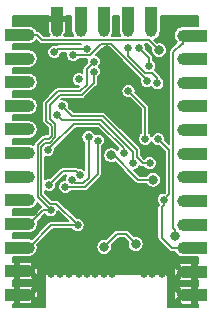
<source format=gbr>
G04 #@! TF.GenerationSoftware,KiCad,Pcbnew,(5.1.2-1)-1*
G04 #@! TF.CreationDate,2020-12-18T00:06:06+00:00*
G04 #@! TF.ProjectId,ESPV-BUG,45535056-2d42-4554-972e-6b696361645f,rev?*
G04 #@! TF.SameCoordinates,Original*
G04 #@! TF.FileFunction,Copper,L2,Bot*
G04 #@! TF.FilePolarity,Positive*
%FSLAX46Y46*%
G04 Gerber Fmt 4.6, Leading zero omitted, Abs format (unit mm)*
G04 Created by KiCad (PCBNEW (5.1.2-1)-1) date 2020-12-18 00:06:06*
%MOMM*%
%LPD*%
G04 APERTURE LIST*
%ADD10C,1.000000*%
%ADD11R,2.000000X1.000000*%
%ADD12R,1.000000X2.000000*%
%ADD13C,0.800000*%
%ADD14C,0.650000*%
%ADD15C,0.200000*%
%ADD16C,0.150000*%
G04 APERTURE END LIST*
D10*
X164550000Y-89350000D03*
D11*
X163550000Y-87350000D03*
D10*
X164550000Y-87350000D03*
D11*
X163550000Y-89350000D03*
D10*
X164550000Y-79350000D03*
D11*
X163550000Y-81350000D03*
D10*
X164550000Y-83350000D03*
D11*
X163550000Y-77350000D03*
D10*
X164550000Y-81350000D03*
X164550000Y-77350000D03*
X164550000Y-85350000D03*
D11*
X163550000Y-83350000D03*
X163550000Y-85350000D03*
X163550000Y-79350000D03*
X163550000Y-67350000D03*
D10*
X164550000Y-67350000D03*
D11*
X163550000Y-75350000D03*
D10*
X164550000Y-75350000D03*
D11*
X163550000Y-73350000D03*
D10*
X164550000Y-73350000D03*
D11*
X163550000Y-69350000D03*
D10*
X164550000Y-69350000D03*
X164550000Y-71350000D03*
D11*
X163550000Y-71350000D03*
D10*
X177600000Y-67400000D03*
D11*
X178600000Y-69400000D03*
D10*
X177600000Y-69400000D03*
D11*
X178600000Y-67400000D03*
D10*
X177600000Y-77400000D03*
D11*
X178600000Y-75400000D03*
D10*
X177600000Y-73400000D03*
D11*
X178600000Y-79400000D03*
D10*
X177600000Y-75400000D03*
X177600000Y-79400000D03*
X177600000Y-71400000D03*
D11*
X178600000Y-73400000D03*
X178600000Y-71400000D03*
X178600000Y-77400000D03*
X178600000Y-89400000D03*
D10*
X177600000Y-89400000D03*
D11*
X178600000Y-81400000D03*
D10*
X177600000Y-81400000D03*
D11*
X178600000Y-83400000D03*
D10*
X177600000Y-83400000D03*
D11*
X178600000Y-87400000D03*
D10*
X177600000Y-87400000D03*
X177600000Y-85400000D03*
D11*
X178600000Y-85400000D03*
D12*
X170950000Y-66000000D03*
D10*
X170950000Y-67000000D03*
X172950000Y-67000000D03*
D12*
X172950000Y-66000000D03*
D10*
X168950000Y-67000000D03*
D12*
X168950000Y-66000000D03*
D10*
X166950000Y-67000000D03*
D12*
X166950000Y-66000000D03*
D10*
X174950000Y-67000000D03*
D12*
X174950000Y-66000000D03*
D13*
X170950000Y-85300000D03*
X176900000Y-84400000D03*
X173600000Y-85050000D03*
D14*
X176600000Y-88400000D03*
X176600000Y-87600000D03*
X175800000Y-87600000D03*
X175000000Y-87600000D03*
X174300000Y-87600000D03*
X176600000Y-89200000D03*
X176600000Y-90000000D03*
X165600000Y-90000000D03*
X165600000Y-89200000D03*
X165600000Y-88400000D03*
X166400000Y-87600000D03*
X167200000Y-87600000D03*
X168000000Y-87600000D03*
X168800000Y-87600000D03*
X169500000Y-87600000D03*
X170200000Y-87600000D03*
X170900000Y-87600000D03*
X171600000Y-87600000D03*
X171400000Y-81300000D03*
X168700000Y-69800000D03*
X172750000Y-70600000D03*
X176400000Y-66900000D03*
X165450000Y-66350000D03*
X165650000Y-83150000D03*
X165000000Y-82300000D03*
X167950000Y-77400000D03*
X168800000Y-73500000D03*
X165650000Y-68600000D03*
X165800000Y-75350000D03*
X173650000Y-84100000D03*
X173950000Y-85950000D03*
X176200000Y-69950000D03*
X175850000Y-73150000D03*
X176450000Y-68050000D03*
X172900002Y-74100000D03*
X171375000Y-80225000D03*
X170350000Y-81325000D03*
X172525000Y-81275000D03*
X171375000Y-82375000D03*
X171950000Y-67124979D03*
X171150000Y-68575000D03*
X174749984Y-70000016D03*
X173900000Y-68450009D03*
D13*
X171550000Y-77550000D03*
X175069969Y-79612034D03*
X175600000Y-68650000D03*
D14*
X166950000Y-74150000D03*
X173394670Y-78194670D03*
X173000000Y-72100000D03*
X174400000Y-76150000D03*
X166150021Y-77100000D03*
X172587563Y-77370599D03*
X174800000Y-78199978D03*
X174800000Y-78199978D03*
X167400000Y-73400000D03*
X175990952Y-81301288D03*
X175512155Y-76185414D03*
X168801620Y-71101620D03*
X168869220Y-79210188D03*
X166267525Y-80069636D03*
X167635207Y-80214026D03*
X170409935Y-76300000D03*
X168191901Y-79635932D03*
X169623377Y-75995451D03*
X168700000Y-83449998D03*
X170057948Y-70457188D03*
X166400000Y-82200000D03*
X170062166Y-69612166D03*
X169450000Y-68500000D03*
X166700000Y-68800000D03*
X175450000Y-71450000D03*
X172950000Y-68450010D03*
X174553240Y-71254573D03*
X168300000Y-69050000D03*
D15*
X177600000Y-68107106D02*
X177600000Y-67400000D01*
X177492894Y-68107106D02*
X177600000Y-68107106D01*
X176800000Y-68800000D02*
X177492894Y-68107106D01*
X176900000Y-83834315D02*
X176800000Y-83734315D01*
X176800000Y-83734315D02*
X176800000Y-68800000D01*
X176900000Y-84400000D02*
X176900000Y-83834315D01*
X172050000Y-84200000D02*
X170950000Y-85300000D01*
X172750000Y-84200000D02*
X172050000Y-84200000D01*
X173600000Y-85050000D02*
X172750000Y-84200000D01*
D16*
X174950000Y-69800000D02*
X174749984Y-70000016D01*
X174749984Y-69299993D02*
X173900000Y-68450009D01*
X174749984Y-70000016D02*
X174749984Y-69299993D01*
X171769698Y-77550000D02*
X171550000Y-77550000D01*
X173831732Y-79612034D02*
X171769698Y-77550000D01*
X175069969Y-79612034D02*
X173831732Y-79612034D01*
X175600000Y-68650000D02*
X174725001Y-67775001D01*
X174725001Y-67775001D02*
X165682107Y-67775001D01*
X165682107Y-67775001D02*
X165257106Y-67350000D01*
X165257106Y-67350000D02*
X164550000Y-67350000D01*
X167350000Y-74550000D02*
X166950000Y-74150000D01*
X170700000Y-74550000D02*
X167350000Y-74550000D01*
X173394670Y-77244670D02*
X170700000Y-74550000D01*
X173394670Y-78194670D02*
X173394670Y-77244670D01*
X174400000Y-73500000D02*
X173000000Y-72100000D01*
X174400000Y-76150000D02*
X174400000Y-73500000D01*
X166475020Y-76775001D02*
X166150021Y-77100000D01*
X170544059Y-74850000D02*
X168400021Y-74850000D01*
X172587563Y-76893504D02*
X170544059Y-74850000D01*
X168400021Y-74850000D02*
X166475020Y-76775001D01*
X172587563Y-77370599D02*
X172587563Y-76893504D01*
X174199978Y-78199978D02*
X174800000Y-78199978D01*
X173700000Y-77700000D02*
X174199978Y-78199978D01*
X170850000Y-74250000D02*
X173700000Y-77100000D01*
X173700000Y-77100000D02*
X173700000Y-77700000D01*
X168250000Y-74250000D02*
X170850000Y-74250000D01*
X167400000Y-73400000D02*
X168250000Y-74250000D01*
X175800000Y-81951859D02*
X175990952Y-81760907D01*
X175800000Y-84500000D02*
X175800000Y-81951859D01*
X175990952Y-81760907D02*
X175990952Y-81301288D01*
X176700000Y-85400000D02*
X175800000Y-84500000D01*
X177600000Y-85400000D02*
X176700000Y-85400000D01*
X176450000Y-80842240D02*
X175990952Y-81301288D01*
X176450000Y-77123259D02*
X176450000Y-80842240D01*
X175512155Y-76185414D02*
X176450000Y-77123259D01*
X166592524Y-79744637D02*
X166267525Y-80069636D01*
X168869220Y-79210188D02*
X168544221Y-78885189D01*
X168544221Y-78885189D02*
X167451972Y-78885189D01*
X167451972Y-78885189D02*
X166592524Y-79744637D01*
X170409935Y-76759619D02*
X170409935Y-76300000D01*
X169285974Y-80214026D02*
X170409935Y-79090065D01*
X167635207Y-80214026D02*
X169285974Y-80214026D01*
X170409935Y-79090065D02*
X170409935Y-76759619D01*
X168191901Y-79635932D02*
X168455958Y-79899989D01*
X169623377Y-79452345D02*
X169623377Y-76455070D01*
X169175733Y-79899989D02*
X169623377Y-79452345D01*
X168455958Y-79899989D02*
X169175733Y-79899989D01*
X169623377Y-76455070D02*
X169623377Y-75995451D01*
X168200002Y-83449998D02*
X168240381Y-83449998D01*
X168240381Y-83449998D02*
X168700000Y-83449998D01*
X166450002Y-83449998D02*
X164550000Y-85350000D01*
X168700000Y-83449998D02*
X166450002Y-83449998D01*
X169100000Y-72400000D02*
X170057948Y-71442052D01*
X167200000Y-72400000D02*
X169100000Y-72400000D01*
X166350000Y-73250000D02*
X167200000Y-72400000D01*
X166350000Y-74450000D02*
X166350000Y-73250000D01*
X170057948Y-71442052D02*
X170057948Y-70457188D01*
X166450000Y-74550000D02*
X166750000Y-74850000D01*
X166450000Y-74550000D02*
X166350000Y-74450000D01*
X166800000Y-74900000D02*
X166450000Y-74550000D01*
X166800000Y-76025743D02*
X166800000Y-74900000D01*
X166350743Y-76475000D02*
X166800000Y-76025743D01*
X165975000Y-76475000D02*
X166350743Y-76475000D01*
X165600011Y-76849989D02*
X165975000Y-76475000D01*
X165600011Y-80900011D02*
X165600011Y-76849989D01*
X166350000Y-81650000D02*
X165600011Y-80900011D01*
X166900002Y-81650000D02*
X166350000Y-81650000D01*
X168700000Y-83449998D02*
X166900002Y-81650000D01*
X165940381Y-82200000D02*
X166400000Y-82200000D01*
X164600000Y-83350000D02*
X165750000Y-82200000D01*
X165750000Y-82200000D02*
X165940381Y-82200000D01*
X164550000Y-83350000D02*
X164600000Y-83350000D01*
X165300000Y-81100000D02*
X166400000Y-82200000D01*
X165300000Y-76700000D02*
X165300000Y-81100000D01*
X168900000Y-72100000D02*
X167050000Y-72100000D01*
X169450000Y-71550000D02*
X168900000Y-72100000D01*
X170062166Y-69612166D02*
X169450000Y-70224332D01*
X169450000Y-70224332D02*
X169450000Y-71550000D01*
X167050000Y-72100000D02*
X166050000Y-73100000D01*
X166500000Y-75100000D02*
X166050000Y-74650000D01*
X166050000Y-73100000D02*
X166050000Y-74650000D01*
X165875000Y-76125000D02*
X166276465Y-76125000D01*
X165875000Y-76125000D02*
X165300000Y-76700000D01*
X166500000Y-75901465D02*
X166500000Y-75100000D01*
X166276465Y-76125000D02*
X166500000Y-75901465D01*
X167000000Y-68500000D02*
X169450000Y-68500000D01*
X166700000Y-68800000D02*
X167000000Y-68500000D01*
X172950000Y-69125721D02*
X172950000Y-68607106D01*
X175450000Y-70990381D02*
X175028972Y-70569353D01*
X175450000Y-71450000D02*
X175450000Y-70990381D01*
X174393632Y-70569353D02*
X172950000Y-69125721D01*
X175028972Y-70569353D02*
X174393632Y-70569353D01*
X172950000Y-68607106D02*
X172950000Y-68450010D01*
X171423679Y-68125012D02*
X171448667Y-68150000D01*
X168300000Y-69050000D02*
X169750000Y-69050000D01*
X170674988Y-68125012D02*
X171423679Y-68125012D01*
X169750000Y-69050000D02*
X170674988Y-68125012D01*
X171550010Y-68150010D02*
X171538010Y-68150010D01*
X174553240Y-71153240D02*
X171550010Y-68150010D01*
X174553240Y-71254573D02*
X174553240Y-71153240D01*
X171525012Y-68125012D02*
X171550010Y-68150010D01*
X171423679Y-68125012D02*
X171525012Y-68125012D01*
G36*
X178850001Y-66623670D02*
G01*
X177600000Y-66623670D01*
X177586497Y-66625000D01*
X177523669Y-66625000D01*
X177373941Y-66654783D01*
X177232900Y-66713204D01*
X177105966Y-66798018D01*
X176998018Y-66905966D01*
X176913204Y-67032900D01*
X176854783Y-67173941D01*
X176825000Y-67323669D01*
X176825000Y-67476331D01*
X176854783Y-67626059D01*
X176913204Y-67767100D01*
X176998018Y-67894034D01*
X177086827Y-67982843D01*
X176547862Y-68521809D01*
X176533553Y-68533552D01*
X176521811Y-68547860D01*
X176486691Y-68590654D01*
X176463208Y-68634588D01*
X176451870Y-68655800D01*
X176430855Y-68725078D01*
X176430427Y-68726488D01*
X176423186Y-68800000D01*
X176425001Y-68818426D01*
X176425000Y-76603286D01*
X176104534Y-76282820D01*
X176112155Y-76244509D01*
X176112155Y-76126319D01*
X176089097Y-76010400D01*
X176043868Y-75901207D01*
X175978205Y-75802936D01*
X175894633Y-75719364D01*
X175796362Y-75653701D01*
X175687169Y-75608472D01*
X175571250Y-75585414D01*
X175453060Y-75585414D01*
X175337141Y-75608472D01*
X175227948Y-75653701D01*
X175129677Y-75719364D01*
X175046105Y-75802936D01*
X174980442Y-75901207D01*
X174963412Y-75942321D01*
X174931713Y-75865793D01*
X174866050Y-75767522D01*
X174782478Y-75683950D01*
X174750000Y-75662249D01*
X174750000Y-73517188D01*
X174751693Y-73500000D01*
X174744935Y-73431388D01*
X174742973Y-73424921D01*
X174724922Y-73365413D01*
X174692422Y-73304610D01*
X174648685Y-73251315D01*
X174635325Y-73240351D01*
X173592379Y-72197406D01*
X173600000Y-72159095D01*
X173600000Y-72040905D01*
X173576942Y-71924986D01*
X173531713Y-71815793D01*
X173466050Y-71717522D01*
X173382478Y-71633950D01*
X173284207Y-71568287D01*
X173175014Y-71523058D01*
X173059095Y-71500000D01*
X172940905Y-71500000D01*
X172824986Y-71523058D01*
X172715793Y-71568287D01*
X172617522Y-71633950D01*
X172533950Y-71717522D01*
X172468287Y-71815793D01*
X172423058Y-71924986D01*
X172400000Y-72040905D01*
X172400000Y-72159095D01*
X172423058Y-72275014D01*
X172468287Y-72384207D01*
X172533950Y-72482478D01*
X172617522Y-72566050D01*
X172715793Y-72631713D01*
X172824986Y-72676942D01*
X172940905Y-72700000D01*
X173059095Y-72700000D01*
X173097406Y-72692379D01*
X174050001Y-73644975D01*
X174050000Y-75662249D01*
X174017522Y-75683950D01*
X173933950Y-75767522D01*
X173868287Y-75865793D01*
X173823058Y-75974986D01*
X173800000Y-76090905D01*
X173800000Y-76209095D01*
X173823058Y-76325014D01*
X173868287Y-76434207D01*
X173933950Y-76532478D01*
X174017522Y-76616050D01*
X174115793Y-76681713D01*
X174224986Y-76726942D01*
X174340905Y-76750000D01*
X174459095Y-76750000D01*
X174575014Y-76726942D01*
X174684207Y-76681713D01*
X174782478Y-76616050D01*
X174866050Y-76532478D01*
X174931713Y-76434207D01*
X174948743Y-76393093D01*
X174980442Y-76469621D01*
X175046105Y-76567892D01*
X175129677Y-76651464D01*
X175227948Y-76717127D01*
X175337141Y-76762356D01*
X175453060Y-76785414D01*
X175571250Y-76785414D01*
X175609561Y-76777793D01*
X176100000Y-77268233D01*
X176100001Y-80697265D01*
X176088358Y-80708909D01*
X176050047Y-80701288D01*
X175931857Y-80701288D01*
X175815938Y-80724346D01*
X175706745Y-80769575D01*
X175608474Y-80835238D01*
X175524902Y-80918810D01*
X175459239Y-81017081D01*
X175414010Y-81126274D01*
X175390952Y-81242193D01*
X175390952Y-81360383D01*
X175414010Y-81476302D01*
X175459239Y-81585495D01*
X175524902Y-81683766D01*
X175548158Y-81707022D01*
X175507579Y-81756469D01*
X175496020Y-81778095D01*
X175475079Y-81817272D01*
X175455065Y-81883248D01*
X175448307Y-81951859D01*
X175450001Y-81969057D01*
X175450000Y-84482812D01*
X175448307Y-84500000D01*
X175450000Y-84517188D01*
X175455065Y-84568611D01*
X175475078Y-84634586D01*
X175507578Y-84695389D01*
X175551315Y-84748684D01*
X175564676Y-84759649D01*
X176440355Y-85635330D01*
X176451315Y-85648685D01*
X176504610Y-85692422D01*
X176565413Y-85724922D01*
X176611374Y-85738864D01*
X176631387Y-85744935D01*
X176699999Y-85751693D01*
X176717188Y-85750000D01*
X176906121Y-85750000D01*
X176913204Y-85767100D01*
X176998018Y-85894034D01*
X177105966Y-86001982D01*
X177232900Y-86086796D01*
X177373941Y-86145217D01*
X177523669Y-86175000D01*
X177586497Y-86175000D01*
X177600000Y-86176330D01*
X178850000Y-86176330D01*
X178850000Y-86624996D01*
X178847750Y-86625000D01*
X178779000Y-86693750D01*
X178779000Y-87221000D01*
X178799000Y-87221000D01*
X178799000Y-87579000D01*
X178779000Y-87579000D01*
X178779000Y-88106250D01*
X178847750Y-88175000D01*
X178850000Y-88175004D01*
X178850000Y-88624996D01*
X178847750Y-88625000D01*
X178779000Y-88693750D01*
X178779000Y-89221000D01*
X178799000Y-89221000D01*
X178799000Y-89579000D01*
X178779000Y-89579000D01*
X178779000Y-90106250D01*
X178847750Y-90175000D01*
X178850000Y-90175004D01*
X178850000Y-90350000D01*
X176325000Y-90350000D01*
X176325000Y-89397126D01*
X176821255Y-89397126D01*
X176835658Y-89549107D01*
X176879433Y-89695358D01*
X176881633Y-89700667D01*
X176987600Y-89759256D01*
X177325000Y-89421856D01*
X177325000Y-89579002D01*
X177393748Y-89579002D01*
X177325000Y-89647750D01*
X177323669Y-89900000D01*
X177326312Y-89926832D01*
X177240744Y-90012400D01*
X177299333Y-90118367D01*
X177445256Y-90163221D01*
X177597126Y-90178745D01*
X177623029Y-90176290D01*
X178352250Y-90175000D01*
X178421000Y-90106250D01*
X178421000Y-89579000D01*
X178401000Y-89579000D01*
X178401000Y-89221000D01*
X178421000Y-89221000D01*
X178421000Y-88693750D01*
X178352250Y-88625000D01*
X177626957Y-88623717D01*
X177602874Y-88621255D01*
X177450893Y-88635658D01*
X177304642Y-88679433D01*
X177299333Y-88681633D01*
X177240744Y-88787600D01*
X177326312Y-88873168D01*
X177323669Y-88900000D01*
X177325000Y-89152250D01*
X177393748Y-89220998D01*
X177325000Y-89220998D01*
X177325000Y-89378144D01*
X176987600Y-89040744D01*
X176881633Y-89099333D01*
X176836779Y-89245256D01*
X176821255Y-89397126D01*
X176325000Y-89397126D01*
X176325000Y-87700000D01*
X176323559Y-87685368D01*
X176319291Y-87671299D01*
X176312360Y-87658332D01*
X176303033Y-87646967D01*
X176291668Y-87637640D01*
X176278701Y-87630709D01*
X176264632Y-87626441D01*
X176250000Y-87625000D01*
X166000000Y-87625000D01*
X165985368Y-87626441D01*
X165971299Y-87630709D01*
X165958332Y-87637640D01*
X165946967Y-87646967D01*
X165937640Y-87658332D01*
X165930709Y-87671299D01*
X165926441Y-87685368D01*
X165925000Y-87700000D01*
X165925000Y-90350000D01*
X163250000Y-90350000D01*
X163250000Y-90125092D01*
X163302250Y-90125000D01*
X163371000Y-90056250D01*
X163371000Y-89529000D01*
X163351000Y-89529000D01*
X163351000Y-89171000D01*
X163371000Y-89171000D01*
X163371000Y-88643750D01*
X163729000Y-88643750D01*
X163729000Y-89171000D01*
X163749000Y-89171000D01*
X163749000Y-89529000D01*
X163729000Y-89529000D01*
X163729000Y-90056250D01*
X163797750Y-90125000D01*
X164523043Y-90126283D01*
X164547126Y-90128745D01*
X164699107Y-90114342D01*
X164845358Y-90070567D01*
X164850667Y-90068367D01*
X164909256Y-89962400D01*
X164823688Y-89876832D01*
X164826331Y-89850000D01*
X164825000Y-89597750D01*
X164756252Y-89529002D01*
X164825000Y-89529002D01*
X164825000Y-89371856D01*
X165162400Y-89709256D01*
X165268367Y-89650667D01*
X165313221Y-89504744D01*
X165328745Y-89352874D01*
X165314342Y-89200893D01*
X165270567Y-89054642D01*
X165268367Y-89049333D01*
X165162400Y-88990744D01*
X164825000Y-89328144D01*
X164825000Y-89170998D01*
X164756252Y-89170998D01*
X164825000Y-89102250D01*
X164826331Y-88850000D01*
X164823688Y-88823168D01*
X164909256Y-88737600D01*
X164850667Y-88631633D01*
X164704744Y-88586779D01*
X164552874Y-88571255D01*
X164526971Y-88573710D01*
X163797750Y-88575000D01*
X163729000Y-88643750D01*
X163371000Y-88643750D01*
X163302250Y-88575000D01*
X163250000Y-88574908D01*
X163250000Y-88125092D01*
X163302250Y-88125000D01*
X163371000Y-88056250D01*
X163371000Y-87529000D01*
X163351000Y-87529000D01*
X163351000Y-87171000D01*
X163371000Y-87171000D01*
X163371000Y-86643750D01*
X163729000Y-86643750D01*
X163729000Y-87171000D01*
X163749000Y-87171000D01*
X163749000Y-87529000D01*
X163729000Y-87529000D01*
X163729000Y-88056250D01*
X163797750Y-88125000D01*
X164523043Y-88126283D01*
X164547126Y-88128745D01*
X164699107Y-88114342D01*
X164845358Y-88070567D01*
X164850667Y-88068367D01*
X164909256Y-87962400D01*
X164823688Y-87876832D01*
X164826331Y-87850000D01*
X164825000Y-87597750D01*
X164756252Y-87529002D01*
X164825000Y-87529002D01*
X164825000Y-87371856D01*
X165162400Y-87709256D01*
X165268367Y-87650667D01*
X165313221Y-87504744D01*
X165324221Y-87397126D01*
X176821255Y-87397126D01*
X176835658Y-87549107D01*
X176879433Y-87695358D01*
X176881633Y-87700667D01*
X176987600Y-87759256D01*
X177325000Y-87421856D01*
X177325000Y-87579002D01*
X177393748Y-87579002D01*
X177325000Y-87647750D01*
X177323669Y-87900000D01*
X177326312Y-87926832D01*
X177240744Y-88012400D01*
X177299333Y-88118367D01*
X177445256Y-88163221D01*
X177597126Y-88178745D01*
X177623029Y-88176290D01*
X178352250Y-88175000D01*
X178421000Y-88106250D01*
X178421000Y-87579000D01*
X178401000Y-87579000D01*
X178401000Y-87221000D01*
X178421000Y-87221000D01*
X178421000Y-86693750D01*
X178352250Y-86625000D01*
X177626957Y-86623717D01*
X177602874Y-86621255D01*
X177450893Y-86635658D01*
X177304642Y-86679433D01*
X177299333Y-86681633D01*
X177240744Y-86787600D01*
X177326312Y-86873168D01*
X177323669Y-86900000D01*
X177325000Y-87152250D01*
X177393748Y-87220998D01*
X177325000Y-87220998D01*
X177325000Y-87378144D01*
X176987600Y-87040744D01*
X176881633Y-87099333D01*
X176836779Y-87245256D01*
X176821255Y-87397126D01*
X165324221Y-87397126D01*
X165328745Y-87352874D01*
X165314342Y-87200893D01*
X165270567Y-87054642D01*
X165268367Y-87049333D01*
X165162400Y-86990744D01*
X164825000Y-87328144D01*
X164825000Y-87170998D01*
X164756252Y-87170998D01*
X164825000Y-87102250D01*
X164826331Y-86850000D01*
X164823688Y-86823168D01*
X164909256Y-86737600D01*
X164850667Y-86631633D01*
X164704744Y-86586779D01*
X164552874Y-86571255D01*
X164526971Y-86573710D01*
X163797750Y-86575000D01*
X163729000Y-86643750D01*
X163371000Y-86643750D01*
X163302250Y-86575000D01*
X163250000Y-86574908D01*
X163250000Y-86126330D01*
X164550000Y-86126330D01*
X164563503Y-86125000D01*
X164626331Y-86125000D01*
X164776059Y-86095217D01*
X164917100Y-86036796D01*
X165044034Y-85951982D01*
X165151982Y-85844034D01*
X165236796Y-85717100D01*
X165295217Y-85576059D01*
X165325000Y-85426331D01*
X165325000Y-85273669D01*
X165317014Y-85233518D01*
X170275000Y-85233518D01*
X170275000Y-85366482D01*
X170300940Y-85496890D01*
X170351823Y-85619732D01*
X170425693Y-85730287D01*
X170519713Y-85824307D01*
X170630268Y-85898177D01*
X170753110Y-85949060D01*
X170883518Y-85975000D01*
X171016482Y-85975000D01*
X171146890Y-85949060D01*
X171269732Y-85898177D01*
X171380287Y-85824307D01*
X171474307Y-85730287D01*
X171548177Y-85619732D01*
X171599060Y-85496890D01*
X171625000Y-85366482D01*
X171625000Y-85233518D01*
X171612028Y-85168302D01*
X172205330Y-84575000D01*
X172594671Y-84575000D01*
X172937972Y-84918302D01*
X172925000Y-84983518D01*
X172925000Y-85116482D01*
X172950940Y-85246890D01*
X173001823Y-85369732D01*
X173075693Y-85480287D01*
X173169713Y-85574307D01*
X173280268Y-85648177D01*
X173403110Y-85699060D01*
X173533518Y-85725000D01*
X173666482Y-85725000D01*
X173796890Y-85699060D01*
X173919732Y-85648177D01*
X174030287Y-85574307D01*
X174124307Y-85480287D01*
X174198177Y-85369732D01*
X174249060Y-85246890D01*
X174275000Y-85116482D01*
X174275000Y-84983518D01*
X174249060Y-84853110D01*
X174198177Y-84730268D01*
X174124307Y-84619713D01*
X174030287Y-84525693D01*
X173919732Y-84451823D01*
X173796890Y-84400940D01*
X173666482Y-84375000D01*
X173533518Y-84375000D01*
X173468302Y-84387972D01*
X173028195Y-83947866D01*
X173016448Y-83933552D01*
X172959347Y-83886691D01*
X172894200Y-83851869D01*
X172823513Y-83830426D01*
X172768419Y-83825000D01*
X172768416Y-83825000D01*
X172750000Y-83823186D01*
X172731584Y-83825000D01*
X172068416Y-83825000D01*
X172050000Y-83823186D01*
X172031584Y-83825000D01*
X172031581Y-83825000D01*
X171976487Y-83830426D01*
X171905800Y-83851869D01*
X171840653Y-83886691D01*
X171783552Y-83933552D01*
X171771809Y-83947861D01*
X171081698Y-84637972D01*
X171016482Y-84625000D01*
X170883518Y-84625000D01*
X170753110Y-84650940D01*
X170630268Y-84701823D01*
X170519713Y-84775693D01*
X170425693Y-84869713D01*
X170351823Y-84980268D01*
X170300940Y-85103110D01*
X170275000Y-85233518D01*
X165317014Y-85233518D01*
X165295217Y-85123941D01*
X165288134Y-85106840D01*
X166594977Y-83799998D01*
X168212249Y-83799998D01*
X168233950Y-83832476D01*
X168317522Y-83916048D01*
X168415793Y-83981711D01*
X168524986Y-84026940D01*
X168640905Y-84049998D01*
X168759095Y-84049998D01*
X168875014Y-84026940D01*
X168984207Y-83981711D01*
X169082478Y-83916048D01*
X169166050Y-83832476D01*
X169231713Y-83734205D01*
X169276942Y-83625012D01*
X169300000Y-83509093D01*
X169300000Y-83390903D01*
X169276942Y-83274984D01*
X169231713Y-83165791D01*
X169166050Y-83067520D01*
X169082478Y-82983948D01*
X168984207Y-82918285D01*
X168875014Y-82873056D01*
X168759095Y-82849998D01*
X168640905Y-82849998D01*
X168602595Y-82857618D01*
X167159655Y-81414680D01*
X167148687Y-81401315D01*
X167095392Y-81357578D01*
X167034589Y-81325078D01*
X166968614Y-81305065D01*
X166917191Y-81300000D01*
X166917190Y-81300000D01*
X166900002Y-81298307D01*
X166882814Y-81300000D01*
X166494975Y-81300000D01*
X165950011Y-80755038D01*
X165950011Y-80579094D01*
X165983318Y-80601349D01*
X166092511Y-80646578D01*
X166208430Y-80669636D01*
X166326620Y-80669636D01*
X166442539Y-80646578D01*
X166551732Y-80601349D01*
X166650003Y-80535686D01*
X166733575Y-80452114D01*
X166799238Y-80353843D01*
X166844467Y-80244650D01*
X166867525Y-80128731D01*
X166867525Y-80010541D01*
X166859904Y-79972230D01*
X167596946Y-79235189D01*
X167744116Y-79235189D01*
X167725851Y-79253454D01*
X167660188Y-79351725D01*
X167614959Y-79460918D01*
X167591901Y-79576837D01*
X167591901Y-79614026D01*
X167576112Y-79614026D01*
X167460193Y-79637084D01*
X167351000Y-79682313D01*
X167252729Y-79747976D01*
X167169157Y-79831548D01*
X167103494Y-79929819D01*
X167058265Y-80039012D01*
X167035207Y-80154931D01*
X167035207Y-80273121D01*
X167058265Y-80389040D01*
X167103494Y-80498233D01*
X167169157Y-80596504D01*
X167252729Y-80680076D01*
X167351000Y-80745739D01*
X167460193Y-80790968D01*
X167576112Y-80814026D01*
X167694302Y-80814026D01*
X167810221Y-80790968D01*
X167919414Y-80745739D01*
X168017685Y-80680076D01*
X168101257Y-80596504D01*
X168122958Y-80564026D01*
X169268786Y-80564026D01*
X169285974Y-80565719D01*
X169303162Y-80564026D01*
X169303163Y-80564026D01*
X169354586Y-80558961D01*
X169420561Y-80538948D01*
X169481364Y-80506448D01*
X169534659Y-80462711D01*
X169545627Y-80449346D01*
X170645264Y-79349710D01*
X170658619Y-79338750D01*
X170702357Y-79285455D01*
X170729225Y-79235189D01*
X170734857Y-79224653D01*
X170754870Y-79158677D01*
X170761628Y-79090065D01*
X170759935Y-79072876D01*
X170759935Y-76787751D01*
X170792413Y-76766050D01*
X170875985Y-76682478D01*
X170941648Y-76584207D01*
X170986877Y-76475014D01*
X171009935Y-76359095D01*
X171009935Y-76240905D01*
X170986877Y-76124986D01*
X170941648Y-76015793D01*
X170875985Y-75917522D01*
X170792413Y-75833950D01*
X170694142Y-75768287D01*
X170584949Y-75723058D01*
X170469030Y-75700000D01*
X170350840Y-75700000D01*
X170234921Y-75723058D01*
X170170958Y-75749552D01*
X170155090Y-75711244D01*
X170089427Y-75612973D01*
X170005855Y-75529401D01*
X169907584Y-75463738D01*
X169798391Y-75418509D01*
X169682472Y-75395451D01*
X169564282Y-75395451D01*
X169448363Y-75418509D01*
X169339170Y-75463738D01*
X169240899Y-75529401D01*
X169157327Y-75612973D01*
X169091664Y-75711244D01*
X169046435Y-75820437D01*
X169023377Y-75936356D01*
X169023377Y-76054546D01*
X169046435Y-76170465D01*
X169091664Y-76279658D01*
X169157327Y-76377929D01*
X169240899Y-76461501D01*
X169273378Y-76483203D01*
X169273377Y-78765817D01*
X169251698Y-78744138D01*
X169153427Y-78678475D01*
X169044234Y-78633246D01*
X168928315Y-78610188D01*
X168810125Y-78610188D01*
X168770455Y-78618079D01*
X168739611Y-78592767D01*
X168678808Y-78560267D01*
X168612833Y-78540254D01*
X168561410Y-78535189D01*
X168561409Y-78535189D01*
X168544221Y-78533496D01*
X168527033Y-78535189D01*
X167469160Y-78535189D01*
X167451971Y-78533496D01*
X167434783Y-78535189D01*
X167383360Y-78540254D01*
X167317385Y-78560267D01*
X167256582Y-78592767D01*
X167203287Y-78636504D01*
X167192323Y-78649864D01*
X166364931Y-79477257D01*
X166326620Y-79469636D01*
X166208430Y-79469636D01*
X166092511Y-79492694D01*
X165983318Y-79537923D01*
X165950011Y-79560178D01*
X165950011Y-77666588D01*
X165975007Y-77676942D01*
X166090926Y-77700000D01*
X166209116Y-77700000D01*
X166325035Y-77676942D01*
X166434228Y-77631713D01*
X166532499Y-77566050D01*
X166616071Y-77482478D01*
X166681734Y-77384207D01*
X166726963Y-77275014D01*
X166750021Y-77159095D01*
X166750021Y-77040905D01*
X166742400Y-77002594D01*
X168544996Y-75200000D01*
X170399086Y-75200000D01*
X172154360Y-76955274D01*
X172121513Y-76988121D01*
X172055850Y-77086392D01*
X172051496Y-77096902D01*
X171980287Y-77025693D01*
X171869732Y-76951823D01*
X171746890Y-76900940D01*
X171616482Y-76875000D01*
X171483518Y-76875000D01*
X171353110Y-76900940D01*
X171230268Y-76951823D01*
X171119713Y-77025693D01*
X171025693Y-77119713D01*
X170951823Y-77230268D01*
X170900940Y-77353110D01*
X170875000Y-77483518D01*
X170875000Y-77616482D01*
X170900940Y-77746890D01*
X170951823Y-77869732D01*
X171025693Y-77980287D01*
X171119713Y-78074307D01*
X171230268Y-78148177D01*
X171353110Y-78199060D01*
X171483518Y-78225000D01*
X171616482Y-78225000D01*
X171746890Y-78199060D01*
X171869732Y-78148177D01*
X171871632Y-78146907D01*
X173572087Y-79847364D01*
X173583047Y-79860719D01*
X173636342Y-79904456D01*
X173697145Y-79936956D01*
X173763120Y-79956969D01*
X173814543Y-79962034D01*
X173814545Y-79962034D01*
X173831731Y-79963727D01*
X173848917Y-79962034D01*
X174492016Y-79962034D01*
X174545662Y-80042321D01*
X174639682Y-80136341D01*
X174750237Y-80210211D01*
X174873079Y-80261094D01*
X175003487Y-80287034D01*
X175136451Y-80287034D01*
X175266859Y-80261094D01*
X175389701Y-80210211D01*
X175500256Y-80136341D01*
X175594276Y-80042321D01*
X175668146Y-79931766D01*
X175719029Y-79808924D01*
X175744969Y-79678516D01*
X175744969Y-79545552D01*
X175719029Y-79415144D01*
X175668146Y-79292302D01*
X175594276Y-79181747D01*
X175500256Y-79087727D01*
X175389701Y-79013857D01*
X175266859Y-78962974D01*
X175136451Y-78937034D01*
X175003487Y-78937034D01*
X174873079Y-78962974D01*
X174750237Y-79013857D01*
X174639682Y-79087727D01*
X174545662Y-79181747D01*
X174492016Y-79262034D01*
X173976707Y-79262034D01*
X173500121Y-78785449D01*
X173569684Y-78771612D01*
X173678877Y-78726383D01*
X173777148Y-78660720D01*
X173860720Y-78577148D01*
X173926383Y-78478877D01*
X173943056Y-78438625D01*
X173951293Y-78448663D01*
X173988110Y-78478877D01*
X174004588Y-78492400D01*
X174065391Y-78524900D01*
X174131366Y-78544913D01*
X174199978Y-78551671D01*
X174217167Y-78549978D01*
X174312249Y-78549978D01*
X174333950Y-78582456D01*
X174417522Y-78666028D01*
X174515793Y-78731691D01*
X174624986Y-78776920D01*
X174740905Y-78799978D01*
X174859095Y-78799978D01*
X174975014Y-78776920D01*
X175084207Y-78731691D01*
X175182478Y-78666028D01*
X175266050Y-78582456D01*
X175331713Y-78484185D01*
X175376942Y-78374992D01*
X175400000Y-78259073D01*
X175400000Y-78140883D01*
X175376942Y-78024964D01*
X175331713Y-77915771D01*
X175266050Y-77817500D01*
X175182478Y-77733928D01*
X175084207Y-77668265D01*
X174975014Y-77623036D01*
X174859095Y-77599978D01*
X174740905Y-77599978D01*
X174624986Y-77623036D01*
X174515793Y-77668265D01*
X174417522Y-77733928D01*
X174333950Y-77817500D01*
X174325348Y-77830374D01*
X174050000Y-77555027D01*
X174050000Y-77117189D01*
X174051693Y-77100000D01*
X174044935Y-77031388D01*
X174024922Y-76965413D01*
X173992422Y-76904610D01*
X173959642Y-76864667D01*
X173959640Y-76864665D01*
X173948684Y-76851315D01*
X173935335Y-76840360D01*
X171109653Y-74014680D01*
X171098685Y-74001315D01*
X171045390Y-73957578D01*
X170984587Y-73925078D01*
X170918612Y-73905065D01*
X170867189Y-73900000D01*
X170867188Y-73900000D01*
X170850000Y-73898307D01*
X170832812Y-73900000D01*
X168394975Y-73900000D01*
X167992379Y-73497406D01*
X168000000Y-73459095D01*
X168000000Y-73340905D01*
X167976942Y-73224986D01*
X167931713Y-73115793D01*
X167866050Y-73017522D01*
X167782478Y-72933950D01*
X167684207Y-72868287D01*
X167575014Y-72823058D01*
X167459095Y-72800000D01*
X167340905Y-72800000D01*
X167283570Y-72811405D01*
X167344975Y-72750000D01*
X169082812Y-72750000D01*
X169100000Y-72751693D01*
X169117188Y-72750000D01*
X169117189Y-72750000D01*
X169168612Y-72744935D01*
X169234587Y-72724922D01*
X169295390Y-72692422D01*
X169348685Y-72648685D01*
X169359653Y-72635320D01*
X170293277Y-71701697D01*
X170306632Y-71690737D01*
X170350370Y-71637442D01*
X170382870Y-71576639D01*
X170400472Y-71518612D01*
X170402883Y-71510665D01*
X170409641Y-71442053D01*
X170407948Y-71424864D01*
X170407948Y-70944939D01*
X170440426Y-70923238D01*
X170523998Y-70839666D01*
X170589661Y-70741395D01*
X170634890Y-70632202D01*
X170657948Y-70516283D01*
X170657948Y-70398093D01*
X170634890Y-70282174D01*
X170589661Y-70172981D01*
X170523998Y-70074710D01*
X170486074Y-70036786D01*
X170528216Y-69994644D01*
X170593879Y-69896373D01*
X170639108Y-69787180D01*
X170662166Y-69671261D01*
X170662166Y-69553071D01*
X170639108Y-69437152D01*
X170593879Y-69327959D01*
X170528216Y-69229688D01*
X170444644Y-69146116D01*
X170346373Y-69080453D01*
X170253139Y-69041834D01*
X170819963Y-68475012D01*
X171314380Y-68475012D01*
X171380055Y-68494934D01*
X171402136Y-68497109D01*
X173978725Y-71073700D01*
X173976298Y-71079559D01*
X173953240Y-71195478D01*
X173953240Y-71313668D01*
X173976298Y-71429587D01*
X174021527Y-71538780D01*
X174087190Y-71637051D01*
X174170762Y-71720623D01*
X174269033Y-71786286D01*
X174378226Y-71831515D01*
X174494145Y-71854573D01*
X174612335Y-71854573D01*
X174728254Y-71831515D01*
X174837447Y-71786286D01*
X174917659Y-71732690D01*
X174918287Y-71734207D01*
X174983950Y-71832478D01*
X175067522Y-71916050D01*
X175165793Y-71981713D01*
X175274986Y-72026942D01*
X175390905Y-72050000D01*
X175509095Y-72050000D01*
X175625014Y-72026942D01*
X175734207Y-71981713D01*
X175832478Y-71916050D01*
X175916050Y-71832478D01*
X175981713Y-71734207D01*
X176026942Y-71625014D01*
X176050000Y-71509095D01*
X176050000Y-71390905D01*
X176026942Y-71274986D01*
X175981713Y-71165793D01*
X175916050Y-71067522D01*
X175832478Y-70983950D01*
X175798847Y-70961478D01*
X175794935Y-70921769D01*
X175774922Y-70855794D01*
X175742422Y-70794991D01*
X175737114Y-70788523D01*
X175698685Y-70741696D01*
X175685330Y-70730736D01*
X175288625Y-70334033D01*
X175277657Y-70320668D01*
X175264539Y-70309902D01*
X175281697Y-70284223D01*
X175326926Y-70175030D01*
X175349984Y-70059111D01*
X175349984Y-69940921D01*
X175326926Y-69825002D01*
X175297051Y-69752876D01*
X175294934Y-69731389D01*
X175274921Y-69665414D01*
X175242421Y-69604611D01*
X175198684Y-69551316D01*
X175145389Y-69507579D01*
X175099984Y-69483309D01*
X175099984Y-69317182D01*
X175101677Y-69299993D01*
X175094919Y-69231381D01*
X175074906Y-69165405D01*
X175062881Y-69142909D01*
X175042406Y-69104603D01*
X174998669Y-69051308D01*
X174985309Y-69040344D01*
X174492379Y-68547415D01*
X174500000Y-68509104D01*
X174500000Y-68390914D01*
X174476942Y-68274995D01*
X174431713Y-68165802D01*
X174404450Y-68125001D01*
X174580028Y-68125001D01*
X174943838Y-68488812D01*
X174925000Y-68583518D01*
X174925000Y-68716482D01*
X174950940Y-68846890D01*
X175001823Y-68969732D01*
X175075693Y-69080287D01*
X175169713Y-69174307D01*
X175280268Y-69248177D01*
X175403110Y-69299060D01*
X175533518Y-69325000D01*
X175666482Y-69325000D01*
X175796890Y-69299060D01*
X175919732Y-69248177D01*
X176030287Y-69174307D01*
X176124307Y-69080287D01*
X176198177Y-68969732D01*
X176249060Y-68846890D01*
X176275000Y-68716482D01*
X176275000Y-68583518D01*
X176249060Y-68453110D01*
X176198177Y-68330268D01*
X176124307Y-68219713D01*
X176030287Y-68125693D01*
X175919732Y-68051823D01*
X175796890Y-68000940D01*
X175666482Y-67975000D01*
X175533518Y-67975000D01*
X175438812Y-67993838D01*
X175186051Y-67741078D01*
X175317100Y-67686796D01*
X175444034Y-67601982D01*
X175551982Y-67494034D01*
X175636796Y-67367100D01*
X175695217Y-67226059D01*
X175725000Y-67076331D01*
X175725000Y-67013503D01*
X175726330Y-67000000D01*
X175726330Y-65750000D01*
X178850001Y-65750000D01*
X178850001Y-66623670D01*
X178850001Y-66623670D01*
G37*
X178850001Y-66623670D02*
X177600000Y-66623670D01*
X177586497Y-66625000D01*
X177523669Y-66625000D01*
X177373941Y-66654783D01*
X177232900Y-66713204D01*
X177105966Y-66798018D01*
X176998018Y-66905966D01*
X176913204Y-67032900D01*
X176854783Y-67173941D01*
X176825000Y-67323669D01*
X176825000Y-67476331D01*
X176854783Y-67626059D01*
X176913204Y-67767100D01*
X176998018Y-67894034D01*
X177086827Y-67982843D01*
X176547862Y-68521809D01*
X176533553Y-68533552D01*
X176521811Y-68547860D01*
X176486691Y-68590654D01*
X176463208Y-68634588D01*
X176451870Y-68655800D01*
X176430855Y-68725078D01*
X176430427Y-68726488D01*
X176423186Y-68800000D01*
X176425001Y-68818426D01*
X176425000Y-76603286D01*
X176104534Y-76282820D01*
X176112155Y-76244509D01*
X176112155Y-76126319D01*
X176089097Y-76010400D01*
X176043868Y-75901207D01*
X175978205Y-75802936D01*
X175894633Y-75719364D01*
X175796362Y-75653701D01*
X175687169Y-75608472D01*
X175571250Y-75585414D01*
X175453060Y-75585414D01*
X175337141Y-75608472D01*
X175227948Y-75653701D01*
X175129677Y-75719364D01*
X175046105Y-75802936D01*
X174980442Y-75901207D01*
X174963412Y-75942321D01*
X174931713Y-75865793D01*
X174866050Y-75767522D01*
X174782478Y-75683950D01*
X174750000Y-75662249D01*
X174750000Y-73517188D01*
X174751693Y-73500000D01*
X174744935Y-73431388D01*
X174742973Y-73424921D01*
X174724922Y-73365413D01*
X174692422Y-73304610D01*
X174648685Y-73251315D01*
X174635325Y-73240351D01*
X173592379Y-72197406D01*
X173600000Y-72159095D01*
X173600000Y-72040905D01*
X173576942Y-71924986D01*
X173531713Y-71815793D01*
X173466050Y-71717522D01*
X173382478Y-71633950D01*
X173284207Y-71568287D01*
X173175014Y-71523058D01*
X173059095Y-71500000D01*
X172940905Y-71500000D01*
X172824986Y-71523058D01*
X172715793Y-71568287D01*
X172617522Y-71633950D01*
X172533950Y-71717522D01*
X172468287Y-71815793D01*
X172423058Y-71924986D01*
X172400000Y-72040905D01*
X172400000Y-72159095D01*
X172423058Y-72275014D01*
X172468287Y-72384207D01*
X172533950Y-72482478D01*
X172617522Y-72566050D01*
X172715793Y-72631713D01*
X172824986Y-72676942D01*
X172940905Y-72700000D01*
X173059095Y-72700000D01*
X173097406Y-72692379D01*
X174050001Y-73644975D01*
X174050000Y-75662249D01*
X174017522Y-75683950D01*
X173933950Y-75767522D01*
X173868287Y-75865793D01*
X173823058Y-75974986D01*
X173800000Y-76090905D01*
X173800000Y-76209095D01*
X173823058Y-76325014D01*
X173868287Y-76434207D01*
X173933950Y-76532478D01*
X174017522Y-76616050D01*
X174115793Y-76681713D01*
X174224986Y-76726942D01*
X174340905Y-76750000D01*
X174459095Y-76750000D01*
X174575014Y-76726942D01*
X174684207Y-76681713D01*
X174782478Y-76616050D01*
X174866050Y-76532478D01*
X174931713Y-76434207D01*
X174948743Y-76393093D01*
X174980442Y-76469621D01*
X175046105Y-76567892D01*
X175129677Y-76651464D01*
X175227948Y-76717127D01*
X175337141Y-76762356D01*
X175453060Y-76785414D01*
X175571250Y-76785414D01*
X175609561Y-76777793D01*
X176100000Y-77268233D01*
X176100001Y-80697265D01*
X176088358Y-80708909D01*
X176050047Y-80701288D01*
X175931857Y-80701288D01*
X175815938Y-80724346D01*
X175706745Y-80769575D01*
X175608474Y-80835238D01*
X175524902Y-80918810D01*
X175459239Y-81017081D01*
X175414010Y-81126274D01*
X175390952Y-81242193D01*
X175390952Y-81360383D01*
X175414010Y-81476302D01*
X175459239Y-81585495D01*
X175524902Y-81683766D01*
X175548158Y-81707022D01*
X175507579Y-81756469D01*
X175496020Y-81778095D01*
X175475079Y-81817272D01*
X175455065Y-81883248D01*
X175448307Y-81951859D01*
X175450001Y-81969057D01*
X175450000Y-84482812D01*
X175448307Y-84500000D01*
X175450000Y-84517188D01*
X175455065Y-84568611D01*
X175475078Y-84634586D01*
X175507578Y-84695389D01*
X175551315Y-84748684D01*
X175564676Y-84759649D01*
X176440355Y-85635330D01*
X176451315Y-85648685D01*
X176504610Y-85692422D01*
X176565413Y-85724922D01*
X176611374Y-85738864D01*
X176631387Y-85744935D01*
X176699999Y-85751693D01*
X176717188Y-85750000D01*
X176906121Y-85750000D01*
X176913204Y-85767100D01*
X176998018Y-85894034D01*
X177105966Y-86001982D01*
X177232900Y-86086796D01*
X177373941Y-86145217D01*
X177523669Y-86175000D01*
X177586497Y-86175000D01*
X177600000Y-86176330D01*
X178850000Y-86176330D01*
X178850000Y-86624996D01*
X178847750Y-86625000D01*
X178779000Y-86693750D01*
X178779000Y-87221000D01*
X178799000Y-87221000D01*
X178799000Y-87579000D01*
X178779000Y-87579000D01*
X178779000Y-88106250D01*
X178847750Y-88175000D01*
X178850000Y-88175004D01*
X178850000Y-88624996D01*
X178847750Y-88625000D01*
X178779000Y-88693750D01*
X178779000Y-89221000D01*
X178799000Y-89221000D01*
X178799000Y-89579000D01*
X178779000Y-89579000D01*
X178779000Y-90106250D01*
X178847750Y-90175000D01*
X178850000Y-90175004D01*
X178850000Y-90350000D01*
X176325000Y-90350000D01*
X176325000Y-89397126D01*
X176821255Y-89397126D01*
X176835658Y-89549107D01*
X176879433Y-89695358D01*
X176881633Y-89700667D01*
X176987600Y-89759256D01*
X177325000Y-89421856D01*
X177325000Y-89579002D01*
X177393748Y-89579002D01*
X177325000Y-89647750D01*
X177323669Y-89900000D01*
X177326312Y-89926832D01*
X177240744Y-90012400D01*
X177299333Y-90118367D01*
X177445256Y-90163221D01*
X177597126Y-90178745D01*
X177623029Y-90176290D01*
X178352250Y-90175000D01*
X178421000Y-90106250D01*
X178421000Y-89579000D01*
X178401000Y-89579000D01*
X178401000Y-89221000D01*
X178421000Y-89221000D01*
X178421000Y-88693750D01*
X178352250Y-88625000D01*
X177626957Y-88623717D01*
X177602874Y-88621255D01*
X177450893Y-88635658D01*
X177304642Y-88679433D01*
X177299333Y-88681633D01*
X177240744Y-88787600D01*
X177326312Y-88873168D01*
X177323669Y-88900000D01*
X177325000Y-89152250D01*
X177393748Y-89220998D01*
X177325000Y-89220998D01*
X177325000Y-89378144D01*
X176987600Y-89040744D01*
X176881633Y-89099333D01*
X176836779Y-89245256D01*
X176821255Y-89397126D01*
X176325000Y-89397126D01*
X176325000Y-87700000D01*
X176323559Y-87685368D01*
X176319291Y-87671299D01*
X176312360Y-87658332D01*
X176303033Y-87646967D01*
X176291668Y-87637640D01*
X176278701Y-87630709D01*
X176264632Y-87626441D01*
X176250000Y-87625000D01*
X166000000Y-87625000D01*
X165985368Y-87626441D01*
X165971299Y-87630709D01*
X165958332Y-87637640D01*
X165946967Y-87646967D01*
X165937640Y-87658332D01*
X165930709Y-87671299D01*
X165926441Y-87685368D01*
X165925000Y-87700000D01*
X165925000Y-90350000D01*
X163250000Y-90350000D01*
X163250000Y-90125092D01*
X163302250Y-90125000D01*
X163371000Y-90056250D01*
X163371000Y-89529000D01*
X163351000Y-89529000D01*
X163351000Y-89171000D01*
X163371000Y-89171000D01*
X163371000Y-88643750D01*
X163729000Y-88643750D01*
X163729000Y-89171000D01*
X163749000Y-89171000D01*
X163749000Y-89529000D01*
X163729000Y-89529000D01*
X163729000Y-90056250D01*
X163797750Y-90125000D01*
X164523043Y-90126283D01*
X164547126Y-90128745D01*
X164699107Y-90114342D01*
X164845358Y-90070567D01*
X164850667Y-90068367D01*
X164909256Y-89962400D01*
X164823688Y-89876832D01*
X164826331Y-89850000D01*
X164825000Y-89597750D01*
X164756252Y-89529002D01*
X164825000Y-89529002D01*
X164825000Y-89371856D01*
X165162400Y-89709256D01*
X165268367Y-89650667D01*
X165313221Y-89504744D01*
X165328745Y-89352874D01*
X165314342Y-89200893D01*
X165270567Y-89054642D01*
X165268367Y-89049333D01*
X165162400Y-88990744D01*
X164825000Y-89328144D01*
X164825000Y-89170998D01*
X164756252Y-89170998D01*
X164825000Y-89102250D01*
X164826331Y-88850000D01*
X164823688Y-88823168D01*
X164909256Y-88737600D01*
X164850667Y-88631633D01*
X164704744Y-88586779D01*
X164552874Y-88571255D01*
X164526971Y-88573710D01*
X163797750Y-88575000D01*
X163729000Y-88643750D01*
X163371000Y-88643750D01*
X163302250Y-88575000D01*
X163250000Y-88574908D01*
X163250000Y-88125092D01*
X163302250Y-88125000D01*
X163371000Y-88056250D01*
X163371000Y-87529000D01*
X163351000Y-87529000D01*
X163351000Y-87171000D01*
X163371000Y-87171000D01*
X163371000Y-86643750D01*
X163729000Y-86643750D01*
X163729000Y-87171000D01*
X163749000Y-87171000D01*
X163749000Y-87529000D01*
X163729000Y-87529000D01*
X163729000Y-88056250D01*
X163797750Y-88125000D01*
X164523043Y-88126283D01*
X164547126Y-88128745D01*
X164699107Y-88114342D01*
X164845358Y-88070567D01*
X164850667Y-88068367D01*
X164909256Y-87962400D01*
X164823688Y-87876832D01*
X164826331Y-87850000D01*
X164825000Y-87597750D01*
X164756252Y-87529002D01*
X164825000Y-87529002D01*
X164825000Y-87371856D01*
X165162400Y-87709256D01*
X165268367Y-87650667D01*
X165313221Y-87504744D01*
X165324221Y-87397126D01*
X176821255Y-87397126D01*
X176835658Y-87549107D01*
X176879433Y-87695358D01*
X176881633Y-87700667D01*
X176987600Y-87759256D01*
X177325000Y-87421856D01*
X177325000Y-87579002D01*
X177393748Y-87579002D01*
X177325000Y-87647750D01*
X177323669Y-87900000D01*
X177326312Y-87926832D01*
X177240744Y-88012400D01*
X177299333Y-88118367D01*
X177445256Y-88163221D01*
X177597126Y-88178745D01*
X177623029Y-88176290D01*
X178352250Y-88175000D01*
X178421000Y-88106250D01*
X178421000Y-87579000D01*
X178401000Y-87579000D01*
X178401000Y-87221000D01*
X178421000Y-87221000D01*
X178421000Y-86693750D01*
X178352250Y-86625000D01*
X177626957Y-86623717D01*
X177602874Y-86621255D01*
X177450893Y-86635658D01*
X177304642Y-86679433D01*
X177299333Y-86681633D01*
X177240744Y-86787600D01*
X177326312Y-86873168D01*
X177323669Y-86900000D01*
X177325000Y-87152250D01*
X177393748Y-87220998D01*
X177325000Y-87220998D01*
X177325000Y-87378144D01*
X176987600Y-87040744D01*
X176881633Y-87099333D01*
X176836779Y-87245256D01*
X176821255Y-87397126D01*
X165324221Y-87397126D01*
X165328745Y-87352874D01*
X165314342Y-87200893D01*
X165270567Y-87054642D01*
X165268367Y-87049333D01*
X165162400Y-86990744D01*
X164825000Y-87328144D01*
X164825000Y-87170998D01*
X164756252Y-87170998D01*
X164825000Y-87102250D01*
X164826331Y-86850000D01*
X164823688Y-86823168D01*
X164909256Y-86737600D01*
X164850667Y-86631633D01*
X164704744Y-86586779D01*
X164552874Y-86571255D01*
X164526971Y-86573710D01*
X163797750Y-86575000D01*
X163729000Y-86643750D01*
X163371000Y-86643750D01*
X163302250Y-86575000D01*
X163250000Y-86574908D01*
X163250000Y-86126330D01*
X164550000Y-86126330D01*
X164563503Y-86125000D01*
X164626331Y-86125000D01*
X164776059Y-86095217D01*
X164917100Y-86036796D01*
X165044034Y-85951982D01*
X165151982Y-85844034D01*
X165236796Y-85717100D01*
X165295217Y-85576059D01*
X165325000Y-85426331D01*
X165325000Y-85273669D01*
X165317014Y-85233518D01*
X170275000Y-85233518D01*
X170275000Y-85366482D01*
X170300940Y-85496890D01*
X170351823Y-85619732D01*
X170425693Y-85730287D01*
X170519713Y-85824307D01*
X170630268Y-85898177D01*
X170753110Y-85949060D01*
X170883518Y-85975000D01*
X171016482Y-85975000D01*
X171146890Y-85949060D01*
X171269732Y-85898177D01*
X171380287Y-85824307D01*
X171474307Y-85730287D01*
X171548177Y-85619732D01*
X171599060Y-85496890D01*
X171625000Y-85366482D01*
X171625000Y-85233518D01*
X171612028Y-85168302D01*
X172205330Y-84575000D01*
X172594671Y-84575000D01*
X172937972Y-84918302D01*
X172925000Y-84983518D01*
X172925000Y-85116482D01*
X172950940Y-85246890D01*
X173001823Y-85369732D01*
X173075693Y-85480287D01*
X173169713Y-85574307D01*
X173280268Y-85648177D01*
X173403110Y-85699060D01*
X173533518Y-85725000D01*
X173666482Y-85725000D01*
X173796890Y-85699060D01*
X173919732Y-85648177D01*
X174030287Y-85574307D01*
X174124307Y-85480287D01*
X174198177Y-85369732D01*
X174249060Y-85246890D01*
X174275000Y-85116482D01*
X174275000Y-84983518D01*
X174249060Y-84853110D01*
X174198177Y-84730268D01*
X174124307Y-84619713D01*
X174030287Y-84525693D01*
X173919732Y-84451823D01*
X173796890Y-84400940D01*
X173666482Y-84375000D01*
X173533518Y-84375000D01*
X173468302Y-84387972D01*
X173028195Y-83947866D01*
X173016448Y-83933552D01*
X172959347Y-83886691D01*
X172894200Y-83851869D01*
X172823513Y-83830426D01*
X172768419Y-83825000D01*
X172768416Y-83825000D01*
X172750000Y-83823186D01*
X172731584Y-83825000D01*
X172068416Y-83825000D01*
X172050000Y-83823186D01*
X172031584Y-83825000D01*
X172031581Y-83825000D01*
X171976487Y-83830426D01*
X171905800Y-83851869D01*
X171840653Y-83886691D01*
X171783552Y-83933552D01*
X171771809Y-83947861D01*
X171081698Y-84637972D01*
X171016482Y-84625000D01*
X170883518Y-84625000D01*
X170753110Y-84650940D01*
X170630268Y-84701823D01*
X170519713Y-84775693D01*
X170425693Y-84869713D01*
X170351823Y-84980268D01*
X170300940Y-85103110D01*
X170275000Y-85233518D01*
X165317014Y-85233518D01*
X165295217Y-85123941D01*
X165288134Y-85106840D01*
X166594977Y-83799998D01*
X168212249Y-83799998D01*
X168233950Y-83832476D01*
X168317522Y-83916048D01*
X168415793Y-83981711D01*
X168524986Y-84026940D01*
X168640905Y-84049998D01*
X168759095Y-84049998D01*
X168875014Y-84026940D01*
X168984207Y-83981711D01*
X169082478Y-83916048D01*
X169166050Y-83832476D01*
X169231713Y-83734205D01*
X169276942Y-83625012D01*
X169300000Y-83509093D01*
X169300000Y-83390903D01*
X169276942Y-83274984D01*
X169231713Y-83165791D01*
X169166050Y-83067520D01*
X169082478Y-82983948D01*
X168984207Y-82918285D01*
X168875014Y-82873056D01*
X168759095Y-82849998D01*
X168640905Y-82849998D01*
X168602595Y-82857618D01*
X167159655Y-81414680D01*
X167148687Y-81401315D01*
X167095392Y-81357578D01*
X167034589Y-81325078D01*
X166968614Y-81305065D01*
X166917191Y-81300000D01*
X166917190Y-81300000D01*
X166900002Y-81298307D01*
X166882814Y-81300000D01*
X166494975Y-81300000D01*
X165950011Y-80755038D01*
X165950011Y-80579094D01*
X165983318Y-80601349D01*
X166092511Y-80646578D01*
X166208430Y-80669636D01*
X166326620Y-80669636D01*
X166442539Y-80646578D01*
X166551732Y-80601349D01*
X166650003Y-80535686D01*
X166733575Y-80452114D01*
X166799238Y-80353843D01*
X166844467Y-80244650D01*
X166867525Y-80128731D01*
X166867525Y-80010541D01*
X166859904Y-79972230D01*
X167596946Y-79235189D01*
X167744116Y-79235189D01*
X167725851Y-79253454D01*
X167660188Y-79351725D01*
X167614959Y-79460918D01*
X167591901Y-79576837D01*
X167591901Y-79614026D01*
X167576112Y-79614026D01*
X167460193Y-79637084D01*
X167351000Y-79682313D01*
X167252729Y-79747976D01*
X167169157Y-79831548D01*
X167103494Y-79929819D01*
X167058265Y-80039012D01*
X167035207Y-80154931D01*
X167035207Y-80273121D01*
X167058265Y-80389040D01*
X167103494Y-80498233D01*
X167169157Y-80596504D01*
X167252729Y-80680076D01*
X167351000Y-80745739D01*
X167460193Y-80790968D01*
X167576112Y-80814026D01*
X167694302Y-80814026D01*
X167810221Y-80790968D01*
X167919414Y-80745739D01*
X168017685Y-80680076D01*
X168101257Y-80596504D01*
X168122958Y-80564026D01*
X169268786Y-80564026D01*
X169285974Y-80565719D01*
X169303162Y-80564026D01*
X169303163Y-80564026D01*
X169354586Y-80558961D01*
X169420561Y-80538948D01*
X169481364Y-80506448D01*
X169534659Y-80462711D01*
X169545627Y-80449346D01*
X170645264Y-79349710D01*
X170658619Y-79338750D01*
X170702357Y-79285455D01*
X170729225Y-79235189D01*
X170734857Y-79224653D01*
X170754870Y-79158677D01*
X170761628Y-79090065D01*
X170759935Y-79072876D01*
X170759935Y-76787751D01*
X170792413Y-76766050D01*
X170875985Y-76682478D01*
X170941648Y-76584207D01*
X170986877Y-76475014D01*
X171009935Y-76359095D01*
X171009935Y-76240905D01*
X170986877Y-76124986D01*
X170941648Y-76015793D01*
X170875985Y-75917522D01*
X170792413Y-75833950D01*
X170694142Y-75768287D01*
X170584949Y-75723058D01*
X170469030Y-75700000D01*
X170350840Y-75700000D01*
X170234921Y-75723058D01*
X170170958Y-75749552D01*
X170155090Y-75711244D01*
X170089427Y-75612973D01*
X170005855Y-75529401D01*
X169907584Y-75463738D01*
X169798391Y-75418509D01*
X169682472Y-75395451D01*
X169564282Y-75395451D01*
X169448363Y-75418509D01*
X169339170Y-75463738D01*
X169240899Y-75529401D01*
X169157327Y-75612973D01*
X169091664Y-75711244D01*
X169046435Y-75820437D01*
X169023377Y-75936356D01*
X169023377Y-76054546D01*
X169046435Y-76170465D01*
X169091664Y-76279658D01*
X169157327Y-76377929D01*
X169240899Y-76461501D01*
X169273378Y-76483203D01*
X169273377Y-78765817D01*
X169251698Y-78744138D01*
X169153427Y-78678475D01*
X169044234Y-78633246D01*
X168928315Y-78610188D01*
X168810125Y-78610188D01*
X168770455Y-78618079D01*
X168739611Y-78592767D01*
X168678808Y-78560267D01*
X168612833Y-78540254D01*
X168561410Y-78535189D01*
X168561409Y-78535189D01*
X168544221Y-78533496D01*
X168527033Y-78535189D01*
X167469160Y-78535189D01*
X167451971Y-78533496D01*
X167434783Y-78535189D01*
X167383360Y-78540254D01*
X167317385Y-78560267D01*
X167256582Y-78592767D01*
X167203287Y-78636504D01*
X167192323Y-78649864D01*
X166364931Y-79477257D01*
X166326620Y-79469636D01*
X166208430Y-79469636D01*
X166092511Y-79492694D01*
X165983318Y-79537923D01*
X165950011Y-79560178D01*
X165950011Y-77666588D01*
X165975007Y-77676942D01*
X166090926Y-77700000D01*
X166209116Y-77700000D01*
X166325035Y-77676942D01*
X166434228Y-77631713D01*
X166532499Y-77566050D01*
X166616071Y-77482478D01*
X166681734Y-77384207D01*
X166726963Y-77275014D01*
X166750021Y-77159095D01*
X166750021Y-77040905D01*
X166742400Y-77002594D01*
X168544996Y-75200000D01*
X170399086Y-75200000D01*
X172154360Y-76955274D01*
X172121513Y-76988121D01*
X172055850Y-77086392D01*
X172051496Y-77096902D01*
X171980287Y-77025693D01*
X171869732Y-76951823D01*
X171746890Y-76900940D01*
X171616482Y-76875000D01*
X171483518Y-76875000D01*
X171353110Y-76900940D01*
X171230268Y-76951823D01*
X171119713Y-77025693D01*
X171025693Y-77119713D01*
X170951823Y-77230268D01*
X170900940Y-77353110D01*
X170875000Y-77483518D01*
X170875000Y-77616482D01*
X170900940Y-77746890D01*
X170951823Y-77869732D01*
X171025693Y-77980287D01*
X171119713Y-78074307D01*
X171230268Y-78148177D01*
X171353110Y-78199060D01*
X171483518Y-78225000D01*
X171616482Y-78225000D01*
X171746890Y-78199060D01*
X171869732Y-78148177D01*
X171871632Y-78146907D01*
X173572087Y-79847364D01*
X173583047Y-79860719D01*
X173636342Y-79904456D01*
X173697145Y-79936956D01*
X173763120Y-79956969D01*
X173814543Y-79962034D01*
X173814545Y-79962034D01*
X173831731Y-79963727D01*
X173848917Y-79962034D01*
X174492016Y-79962034D01*
X174545662Y-80042321D01*
X174639682Y-80136341D01*
X174750237Y-80210211D01*
X174873079Y-80261094D01*
X175003487Y-80287034D01*
X175136451Y-80287034D01*
X175266859Y-80261094D01*
X175389701Y-80210211D01*
X175500256Y-80136341D01*
X175594276Y-80042321D01*
X175668146Y-79931766D01*
X175719029Y-79808924D01*
X175744969Y-79678516D01*
X175744969Y-79545552D01*
X175719029Y-79415144D01*
X175668146Y-79292302D01*
X175594276Y-79181747D01*
X175500256Y-79087727D01*
X175389701Y-79013857D01*
X175266859Y-78962974D01*
X175136451Y-78937034D01*
X175003487Y-78937034D01*
X174873079Y-78962974D01*
X174750237Y-79013857D01*
X174639682Y-79087727D01*
X174545662Y-79181747D01*
X174492016Y-79262034D01*
X173976707Y-79262034D01*
X173500121Y-78785449D01*
X173569684Y-78771612D01*
X173678877Y-78726383D01*
X173777148Y-78660720D01*
X173860720Y-78577148D01*
X173926383Y-78478877D01*
X173943056Y-78438625D01*
X173951293Y-78448663D01*
X173988110Y-78478877D01*
X174004588Y-78492400D01*
X174065391Y-78524900D01*
X174131366Y-78544913D01*
X174199978Y-78551671D01*
X174217167Y-78549978D01*
X174312249Y-78549978D01*
X174333950Y-78582456D01*
X174417522Y-78666028D01*
X174515793Y-78731691D01*
X174624986Y-78776920D01*
X174740905Y-78799978D01*
X174859095Y-78799978D01*
X174975014Y-78776920D01*
X175084207Y-78731691D01*
X175182478Y-78666028D01*
X175266050Y-78582456D01*
X175331713Y-78484185D01*
X175376942Y-78374992D01*
X175400000Y-78259073D01*
X175400000Y-78140883D01*
X175376942Y-78024964D01*
X175331713Y-77915771D01*
X175266050Y-77817500D01*
X175182478Y-77733928D01*
X175084207Y-77668265D01*
X174975014Y-77623036D01*
X174859095Y-77599978D01*
X174740905Y-77599978D01*
X174624986Y-77623036D01*
X174515793Y-77668265D01*
X174417522Y-77733928D01*
X174333950Y-77817500D01*
X174325348Y-77830374D01*
X174050000Y-77555027D01*
X174050000Y-77117189D01*
X174051693Y-77100000D01*
X174044935Y-77031388D01*
X174024922Y-76965413D01*
X173992422Y-76904610D01*
X173959642Y-76864667D01*
X173959640Y-76864665D01*
X173948684Y-76851315D01*
X173935335Y-76840360D01*
X171109653Y-74014680D01*
X171098685Y-74001315D01*
X171045390Y-73957578D01*
X170984587Y-73925078D01*
X170918612Y-73905065D01*
X170867189Y-73900000D01*
X170867188Y-73900000D01*
X170850000Y-73898307D01*
X170832812Y-73900000D01*
X168394975Y-73900000D01*
X167992379Y-73497406D01*
X168000000Y-73459095D01*
X168000000Y-73340905D01*
X167976942Y-73224986D01*
X167931713Y-73115793D01*
X167866050Y-73017522D01*
X167782478Y-72933950D01*
X167684207Y-72868287D01*
X167575014Y-72823058D01*
X167459095Y-72800000D01*
X167340905Y-72800000D01*
X167283570Y-72811405D01*
X167344975Y-72750000D01*
X169082812Y-72750000D01*
X169100000Y-72751693D01*
X169117188Y-72750000D01*
X169117189Y-72750000D01*
X169168612Y-72744935D01*
X169234587Y-72724922D01*
X169295390Y-72692422D01*
X169348685Y-72648685D01*
X169359653Y-72635320D01*
X170293277Y-71701697D01*
X170306632Y-71690737D01*
X170350370Y-71637442D01*
X170382870Y-71576639D01*
X170400472Y-71518612D01*
X170402883Y-71510665D01*
X170409641Y-71442053D01*
X170407948Y-71424864D01*
X170407948Y-70944939D01*
X170440426Y-70923238D01*
X170523998Y-70839666D01*
X170589661Y-70741395D01*
X170634890Y-70632202D01*
X170657948Y-70516283D01*
X170657948Y-70398093D01*
X170634890Y-70282174D01*
X170589661Y-70172981D01*
X170523998Y-70074710D01*
X170486074Y-70036786D01*
X170528216Y-69994644D01*
X170593879Y-69896373D01*
X170639108Y-69787180D01*
X170662166Y-69671261D01*
X170662166Y-69553071D01*
X170639108Y-69437152D01*
X170593879Y-69327959D01*
X170528216Y-69229688D01*
X170444644Y-69146116D01*
X170346373Y-69080453D01*
X170253139Y-69041834D01*
X170819963Y-68475012D01*
X171314380Y-68475012D01*
X171380055Y-68494934D01*
X171402136Y-68497109D01*
X173978725Y-71073700D01*
X173976298Y-71079559D01*
X173953240Y-71195478D01*
X173953240Y-71313668D01*
X173976298Y-71429587D01*
X174021527Y-71538780D01*
X174087190Y-71637051D01*
X174170762Y-71720623D01*
X174269033Y-71786286D01*
X174378226Y-71831515D01*
X174494145Y-71854573D01*
X174612335Y-71854573D01*
X174728254Y-71831515D01*
X174837447Y-71786286D01*
X174917659Y-71732690D01*
X174918287Y-71734207D01*
X174983950Y-71832478D01*
X175067522Y-71916050D01*
X175165793Y-71981713D01*
X175274986Y-72026942D01*
X175390905Y-72050000D01*
X175509095Y-72050000D01*
X175625014Y-72026942D01*
X175734207Y-71981713D01*
X175832478Y-71916050D01*
X175916050Y-71832478D01*
X175981713Y-71734207D01*
X176026942Y-71625014D01*
X176050000Y-71509095D01*
X176050000Y-71390905D01*
X176026942Y-71274986D01*
X175981713Y-71165793D01*
X175916050Y-71067522D01*
X175832478Y-70983950D01*
X175798847Y-70961478D01*
X175794935Y-70921769D01*
X175774922Y-70855794D01*
X175742422Y-70794991D01*
X175737114Y-70788523D01*
X175698685Y-70741696D01*
X175685330Y-70730736D01*
X175288625Y-70334033D01*
X175277657Y-70320668D01*
X175264539Y-70309902D01*
X175281697Y-70284223D01*
X175326926Y-70175030D01*
X175349984Y-70059111D01*
X175349984Y-69940921D01*
X175326926Y-69825002D01*
X175297051Y-69752876D01*
X175294934Y-69731389D01*
X175274921Y-69665414D01*
X175242421Y-69604611D01*
X175198684Y-69551316D01*
X175145389Y-69507579D01*
X175099984Y-69483309D01*
X175099984Y-69317182D01*
X175101677Y-69299993D01*
X175094919Y-69231381D01*
X175074906Y-69165405D01*
X175062881Y-69142909D01*
X175042406Y-69104603D01*
X174998669Y-69051308D01*
X174985309Y-69040344D01*
X174492379Y-68547415D01*
X174500000Y-68509104D01*
X174500000Y-68390914D01*
X174476942Y-68274995D01*
X174431713Y-68165802D01*
X174404450Y-68125001D01*
X174580028Y-68125001D01*
X174943838Y-68488812D01*
X174925000Y-68583518D01*
X174925000Y-68716482D01*
X174950940Y-68846890D01*
X175001823Y-68969732D01*
X175075693Y-69080287D01*
X175169713Y-69174307D01*
X175280268Y-69248177D01*
X175403110Y-69299060D01*
X175533518Y-69325000D01*
X175666482Y-69325000D01*
X175796890Y-69299060D01*
X175919732Y-69248177D01*
X176030287Y-69174307D01*
X176124307Y-69080287D01*
X176198177Y-68969732D01*
X176249060Y-68846890D01*
X176275000Y-68716482D01*
X176275000Y-68583518D01*
X176249060Y-68453110D01*
X176198177Y-68330268D01*
X176124307Y-68219713D01*
X176030287Y-68125693D01*
X175919732Y-68051823D01*
X175796890Y-68000940D01*
X175666482Y-67975000D01*
X175533518Y-67975000D01*
X175438812Y-67993838D01*
X175186051Y-67741078D01*
X175317100Y-67686796D01*
X175444034Y-67601982D01*
X175551982Y-67494034D01*
X175636796Y-67367100D01*
X175695217Y-67226059D01*
X175725000Y-67076331D01*
X175725000Y-67013503D01*
X175726330Y-67000000D01*
X175726330Y-65750000D01*
X178850001Y-65750000D01*
X178850001Y-66623670D01*
G36*
X167855026Y-83099998D02*
G01*
X166467191Y-83099998D01*
X166450002Y-83098305D01*
X166432813Y-83099998D01*
X166381390Y-83105063D01*
X166315415Y-83125076D01*
X166254612Y-83157576D01*
X166201317Y-83201313D01*
X166190360Y-83214665D01*
X164793160Y-84611866D01*
X164776059Y-84604783D01*
X164626331Y-84575000D01*
X164563503Y-84575000D01*
X164550000Y-84573670D01*
X163250000Y-84573670D01*
X163250000Y-84126330D01*
X164550000Y-84126330D01*
X164563503Y-84125000D01*
X164626331Y-84125000D01*
X164776059Y-84095217D01*
X164917100Y-84036796D01*
X165044034Y-83951982D01*
X165151982Y-83844034D01*
X165236796Y-83717100D01*
X165295217Y-83576059D01*
X165325000Y-83426331D01*
X165325000Y-83273669D01*
X165299500Y-83145474D01*
X165894975Y-82550000D01*
X165912249Y-82550000D01*
X165933950Y-82582478D01*
X166017522Y-82666050D01*
X166115793Y-82731713D01*
X166224986Y-82776942D01*
X166340905Y-82800000D01*
X166459095Y-82800000D01*
X166575014Y-82776942D01*
X166684207Y-82731713D01*
X166782478Y-82666050D01*
X166866050Y-82582478D01*
X166931713Y-82484207D01*
X166976942Y-82375014D01*
X167000000Y-82259095D01*
X167000000Y-82244971D01*
X167855026Y-83099998D01*
X167855026Y-83099998D01*
G37*
X167855026Y-83099998D02*
X166467191Y-83099998D01*
X166450002Y-83098305D01*
X166432813Y-83099998D01*
X166381390Y-83105063D01*
X166315415Y-83125076D01*
X166254612Y-83157576D01*
X166201317Y-83201313D01*
X166190360Y-83214665D01*
X164793160Y-84611866D01*
X164776059Y-84604783D01*
X164626331Y-84575000D01*
X164563503Y-84575000D01*
X164550000Y-84573670D01*
X163250000Y-84573670D01*
X163250000Y-84126330D01*
X164550000Y-84126330D01*
X164563503Y-84125000D01*
X164626331Y-84125000D01*
X164776059Y-84095217D01*
X164917100Y-84036796D01*
X165044034Y-83951982D01*
X165151982Y-83844034D01*
X165236796Y-83717100D01*
X165295217Y-83576059D01*
X165325000Y-83426331D01*
X165325000Y-83273669D01*
X165299500Y-83145474D01*
X165894975Y-82550000D01*
X165912249Y-82550000D01*
X165933950Y-82582478D01*
X166017522Y-82666050D01*
X166115793Y-82731713D01*
X166224986Y-82776942D01*
X166340905Y-82800000D01*
X166459095Y-82800000D01*
X166575014Y-82776942D01*
X166684207Y-82731713D01*
X166782478Y-82666050D01*
X166866050Y-82582478D01*
X166931713Y-82484207D01*
X166976942Y-82375014D01*
X167000000Y-82259095D01*
X167000000Y-82244971D01*
X167855026Y-83099998D01*
G36*
X165592403Y-81887377D02*
G01*
X165554610Y-81907578D01*
X165501315Y-81951315D01*
X165490358Y-81964667D01*
X164828515Y-82626511D01*
X164776059Y-82604783D01*
X164626331Y-82575000D01*
X164563503Y-82575000D01*
X164550000Y-82573670D01*
X163250000Y-82573670D01*
X163250000Y-82126330D01*
X164550000Y-82126330D01*
X164563503Y-82125000D01*
X164626331Y-82125000D01*
X164776059Y-82095217D01*
X164917100Y-82036796D01*
X165044034Y-81951982D01*
X165151982Y-81844034D01*
X165236796Y-81717100D01*
X165291078Y-81586051D01*
X165592403Y-81887377D01*
X165592403Y-81887377D01*
G37*
X165592403Y-81887377D02*
X165554610Y-81907578D01*
X165501315Y-81951315D01*
X165490358Y-81964667D01*
X164828515Y-82626511D01*
X164776059Y-82604783D01*
X164626331Y-82575000D01*
X164563503Y-82575000D01*
X164550000Y-82573670D01*
X163250000Y-82573670D01*
X163250000Y-82126330D01*
X164550000Y-82126330D01*
X164563503Y-82125000D01*
X164626331Y-82125000D01*
X164776059Y-82095217D01*
X164917100Y-82036796D01*
X165044034Y-81951982D01*
X165151982Y-81844034D01*
X165236796Y-81717100D01*
X165291078Y-81586051D01*
X165592403Y-81887377D01*
G36*
X165422462Y-68010331D02*
G01*
X165433422Y-68023686D01*
X165486717Y-68067423D01*
X165547520Y-68099923D01*
X165593481Y-68113865D01*
X165613494Y-68119936D01*
X165682106Y-68126694D01*
X165699295Y-68125001D01*
X168978953Y-68125001D01*
X168962249Y-68150000D01*
X167017188Y-68150000D01*
X166999999Y-68148307D01*
X166931387Y-68155065D01*
X166911374Y-68161136D01*
X166865413Y-68175078D01*
X166804610Y-68207578D01*
X166803163Y-68208766D01*
X166759095Y-68200000D01*
X166640905Y-68200000D01*
X166524986Y-68223058D01*
X166415793Y-68268287D01*
X166317522Y-68333950D01*
X166233950Y-68417522D01*
X166168287Y-68515793D01*
X166123058Y-68624986D01*
X166100000Y-68740905D01*
X166100000Y-68859095D01*
X166123058Y-68975014D01*
X166168287Y-69084207D01*
X166233950Y-69182478D01*
X166317522Y-69266050D01*
X166415793Y-69331713D01*
X166524986Y-69376942D01*
X166640905Y-69400000D01*
X166759095Y-69400000D01*
X166875014Y-69376942D01*
X166984207Y-69331713D01*
X167082478Y-69266050D01*
X167166050Y-69182478D01*
X167231713Y-69084207D01*
X167276942Y-68975014D01*
X167300000Y-68859095D01*
X167300000Y-68850000D01*
X167733407Y-68850000D01*
X167723058Y-68874986D01*
X167700000Y-68990905D01*
X167700000Y-69109095D01*
X167723058Y-69225014D01*
X167768287Y-69334207D01*
X167833950Y-69432478D01*
X167917522Y-69516050D01*
X168015793Y-69581713D01*
X168124986Y-69626942D01*
X168240905Y-69650000D01*
X168359095Y-69650000D01*
X168475014Y-69626942D01*
X168584207Y-69581713D01*
X168682478Y-69516050D01*
X168766050Y-69432478D01*
X168787751Y-69400000D01*
X169500613Y-69400000D01*
X169485224Y-69437152D01*
X169462166Y-69553071D01*
X169462166Y-69671261D01*
X169469787Y-69709572D01*
X169214676Y-69964683D01*
X169201315Y-69975648D01*
X169157578Y-70028943D01*
X169125078Y-70089746D01*
X169111471Y-70134603D01*
X169105065Y-70155721D01*
X169098307Y-70224332D01*
X169100000Y-70241521D01*
X169100000Y-70579377D01*
X169085827Y-70569907D01*
X168976634Y-70524678D01*
X168860715Y-70501620D01*
X168742525Y-70501620D01*
X168626606Y-70524678D01*
X168517413Y-70569907D01*
X168419142Y-70635570D01*
X168335570Y-70719142D01*
X168269907Y-70817413D01*
X168224678Y-70926606D01*
X168201620Y-71042525D01*
X168201620Y-71160715D01*
X168224678Y-71276634D01*
X168269907Y-71385827D01*
X168335570Y-71484098D01*
X168419142Y-71567670D01*
X168517413Y-71633333D01*
X168626606Y-71678562D01*
X168742525Y-71701620D01*
X168803406Y-71701620D01*
X168755027Y-71750000D01*
X167067196Y-71750000D01*
X167050000Y-71748306D01*
X166981388Y-71755065D01*
X166915413Y-71775078D01*
X166854610Y-71807578D01*
X166801315Y-71851315D01*
X166790357Y-71864668D01*
X165814676Y-72840351D01*
X165801315Y-72851316D01*
X165757578Y-72904611D01*
X165725078Y-72965414D01*
X165705065Y-73031388D01*
X165705065Y-73031389D01*
X165698307Y-73100000D01*
X165700000Y-73117189D01*
X165700001Y-74632802D01*
X165698307Y-74650000D01*
X165705065Y-74718611D01*
X165724108Y-74781387D01*
X165725079Y-74784587D01*
X165757579Y-74845390D01*
X165801316Y-74898685D01*
X165814676Y-74909649D01*
X166150001Y-75244975D01*
X166150000Y-75756491D01*
X166131492Y-75775000D01*
X165892189Y-75775000D01*
X165875000Y-75773307D01*
X165806388Y-75780065D01*
X165740412Y-75800078D01*
X165702324Y-75820437D01*
X165679610Y-75832578D01*
X165626315Y-75876315D01*
X165615351Y-75889675D01*
X165064676Y-76440351D01*
X165051315Y-76451316D01*
X165007578Y-76504611D01*
X164975078Y-76565414D01*
X164957003Y-76625000D01*
X164955065Y-76631389D01*
X164949780Y-76685040D01*
X164917100Y-76663204D01*
X164776059Y-76604783D01*
X164626331Y-76575000D01*
X164563503Y-76575000D01*
X164550000Y-76573670D01*
X163250000Y-76573670D01*
X163250000Y-76126330D01*
X164550000Y-76126330D01*
X164563503Y-76125000D01*
X164626331Y-76125000D01*
X164776059Y-76095217D01*
X164917100Y-76036796D01*
X165044034Y-75951982D01*
X165151982Y-75844034D01*
X165236796Y-75717100D01*
X165295217Y-75576059D01*
X165325000Y-75426331D01*
X165325000Y-75273669D01*
X165295217Y-75123941D01*
X165236796Y-74982900D01*
X165151982Y-74855966D01*
X165044034Y-74748018D01*
X164917100Y-74663204D01*
X164776059Y-74604783D01*
X164626331Y-74575000D01*
X164563503Y-74575000D01*
X164550000Y-74573670D01*
X163250000Y-74573670D01*
X163250000Y-74126330D01*
X164550000Y-74126330D01*
X164563503Y-74125000D01*
X164626331Y-74125000D01*
X164776059Y-74095217D01*
X164917100Y-74036796D01*
X165044034Y-73951982D01*
X165151982Y-73844034D01*
X165236796Y-73717100D01*
X165295217Y-73576059D01*
X165325000Y-73426331D01*
X165325000Y-73273669D01*
X165295217Y-73123941D01*
X165236796Y-72982900D01*
X165151982Y-72855966D01*
X165044034Y-72748018D01*
X164917100Y-72663204D01*
X164776059Y-72604783D01*
X164626331Y-72575000D01*
X164563503Y-72575000D01*
X164550000Y-72573670D01*
X163250000Y-72573670D01*
X163250000Y-72126330D01*
X164550000Y-72126330D01*
X164563503Y-72125000D01*
X164626331Y-72125000D01*
X164776059Y-72095217D01*
X164917100Y-72036796D01*
X165044034Y-71951982D01*
X165151982Y-71844034D01*
X165236796Y-71717100D01*
X165295217Y-71576059D01*
X165325000Y-71426331D01*
X165325000Y-71273669D01*
X165295217Y-71123941D01*
X165236796Y-70982900D01*
X165151982Y-70855966D01*
X165044034Y-70748018D01*
X164917100Y-70663204D01*
X164776059Y-70604783D01*
X164626331Y-70575000D01*
X164563503Y-70575000D01*
X164550000Y-70573670D01*
X163250000Y-70573670D01*
X163250000Y-70126330D01*
X164550000Y-70126330D01*
X164563503Y-70125000D01*
X164626331Y-70125000D01*
X164776059Y-70095217D01*
X164917100Y-70036796D01*
X165044034Y-69951982D01*
X165151982Y-69844034D01*
X165236796Y-69717100D01*
X165295217Y-69576059D01*
X165325000Y-69426331D01*
X165325000Y-69273669D01*
X165295217Y-69123941D01*
X165236796Y-68982900D01*
X165151982Y-68855966D01*
X165044034Y-68748018D01*
X164917100Y-68663204D01*
X164776059Y-68604783D01*
X164626331Y-68575000D01*
X164563503Y-68575000D01*
X164550000Y-68573670D01*
X163250000Y-68573670D01*
X163250000Y-68126330D01*
X164550000Y-68126330D01*
X164563503Y-68125000D01*
X164626331Y-68125000D01*
X164776059Y-68095217D01*
X164917100Y-68036796D01*
X165044034Y-67951982D01*
X165151982Y-67844034D01*
X165193712Y-67781580D01*
X165422462Y-68010331D01*
X165422462Y-68010331D01*
G37*
X165422462Y-68010331D02*
X165433422Y-68023686D01*
X165486717Y-68067423D01*
X165547520Y-68099923D01*
X165593481Y-68113865D01*
X165613494Y-68119936D01*
X165682106Y-68126694D01*
X165699295Y-68125001D01*
X168978953Y-68125001D01*
X168962249Y-68150000D01*
X167017188Y-68150000D01*
X166999999Y-68148307D01*
X166931387Y-68155065D01*
X166911374Y-68161136D01*
X166865413Y-68175078D01*
X166804610Y-68207578D01*
X166803163Y-68208766D01*
X166759095Y-68200000D01*
X166640905Y-68200000D01*
X166524986Y-68223058D01*
X166415793Y-68268287D01*
X166317522Y-68333950D01*
X166233950Y-68417522D01*
X166168287Y-68515793D01*
X166123058Y-68624986D01*
X166100000Y-68740905D01*
X166100000Y-68859095D01*
X166123058Y-68975014D01*
X166168287Y-69084207D01*
X166233950Y-69182478D01*
X166317522Y-69266050D01*
X166415793Y-69331713D01*
X166524986Y-69376942D01*
X166640905Y-69400000D01*
X166759095Y-69400000D01*
X166875014Y-69376942D01*
X166984207Y-69331713D01*
X167082478Y-69266050D01*
X167166050Y-69182478D01*
X167231713Y-69084207D01*
X167276942Y-68975014D01*
X167300000Y-68859095D01*
X167300000Y-68850000D01*
X167733407Y-68850000D01*
X167723058Y-68874986D01*
X167700000Y-68990905D01*
X167700000Y-69109095D01*
X167723058Y-69225014D01*
X167768287Y-69334207D01*
X167833950Y-69432478D01*
X167917522Y-69516050D01*
X168015793Y-69581713D01*
X168124986Y-69626942D01*
X168240905Y-69650000D01*
X168359095Y-69650000D01*
X168475014Y-69626942D01*
X168584207Y-69581713D01*
X168682478Y-69516050D01*
X168766050Y-69432478D01*
X168787751Y-69400000D01*
X169500613Y-69400000D01*
X169485224Y-69437152D01*
X169462166Y-69553071D01*
X169462166Y-69671261D01*
X169469787Y-69709572D01*
X169214676Y-69964683D01*
X169201315Y-69975648D01*
X169157578Y-70028943D01*
X169125078Y-70089746D01*
X169111471Y-70134603D01*
X169105065Y-70155721D01*
X169098307Y-70224332D01*
X169100000Y-70241521D01*
X169100000Y-70579377D01*
X169085827Y-70569907D01*
X168976634Y-70524678D01*
X168860715Y-70501620D01*
X168742525Y-70501620D01*
X168626606Y-70524678D01*
X168517413Y-70569907D01*
X168419142Y-70635570D01*
X168335570Y-70719142D01*
X168269907Y-70817413D01*
X168224678Y-70926606D01*
X168201620Y-71042525D01*
X168201620Y-71160715D01*
X168224678Y-71276634D01*
X168269907Y-71385827D01*
X168335570Y-71484098D01*
X168419142Y-71567670D01*
X168517413Y-71633333D01*
X168626606Y-71678562D01*
X168742525Y-71701620D01*
X168803406Y-71701620D01*
X168755027Y-71750000D01*
X167067196Y-71750000D01*
X167050000Y-71748306D01*
X166981388Y-71755065D01*
X166915413Y-71775078D01*
X166854610Y-71807578D01*
X166801315Y-71851315D01*
X166790357Y-71864668D01*
X165814676Y-72840351D01*
X165801315Y-72851316D01*
X165757578Y-72904611D01*
X165725078Y-72965414D01*
X165705065Y-73031388D01*
X165705065Y-73031389D01*
X165698307Y-73100000D01*
X165700000Y-73117189D01*
X165700001Y-74632802D01*
X165698307Y-74650000D01*
X165705065Y-74718611D01*
X165724108Y-74781387D01*
X165725079Y-74784587D01*
X165757579Y-74845390D01*
X165801316Y-74898685D01*
X165814676Y-74909649D01*
X166150001Y-75244975D01*
X166150000Y-75756491D01*
X166131492Y-75775000D01*
X165892189Y-75775000D01*
X165875000Y-75773307D01*
X165806388Y-75780065D01*
X165740412Y-75800078D01*
X165702324Y-75820437D01*
X165679610Y-75832578D01*
X165626315Y-75876315D01*
X165615351Y-75889675D01*
X165064676Y-76440351D01*
X165051315Y-76451316D01*
X165007578Y-76504611D01*
X164975078Y-76565414D01*
X164957003Y-76625000D01*
X164955065Y-76631389D01*
X164949780Y-76685040D01*
X164917100Y-76663204D01*
X164776059Y-76604783D01*
X164626331Y-76575000D01*
X164563503Y-76575000D01*
X164550000Y-76573670D01*
X163250000Y-76573670D01*
X163250000Y-76126330D01*
X164550000Y-76126330D01*
X164563503Y-76125000D01*
X164626331Y-76125000D01*
X164776059Y-76095217D01*
X164917100Y-76036796D01*
X165044034Y-75951982D01*
X165151982Y-75844034D01*
X165236796Y-75717100D01*
X165295217Y-75576059D01*
X165325000Y-75426331D01*
X165325000Y-75273669D01*
X165295217Y-75123941D01*
X165236796Y-74982900D01*
X165151982Y-74855966D01*
X165044034Y-74748018D01*
X164917100Y-74663204D01*
X164776059Y-74604783D01*
X164626331Y-74575000D01*
X164563503Y-74575000D01*
X164550000Y-74573670D01*
X163250000Y-74573670D01*
X163250000Y-74126330D01*
X164550000Y-74126330D01*
X164563503Y-74125000D01*
X164626331Y-74125000D01*
X164776059Y-74095217D01*
X164917100Y-74036796D01*
X165044034Y-73951982D01*
X165151982Y-73844034D01*
X165236796Y-73717100D01*
X165295217Y-73576059D01*
X165325000Y-73426331D01*
X165325000Y-73273669D01*
X165295217Y-73123941D01*
X165236796Y-72982900D01*
X165151982Y-72855966D01*
X165044034Y-72748018D01*
X164917100Y-72663204D01*
X164776059Y-72604783D01*
X164626331Y-72575000D01*
X164563503Y-72575000D01*
X164550000Y-72573670D01*
X163250000Y-72573670D01*
X163250000Y-72126330D01*
X164550000Y-72126330D01*
X164563503Y-72125000D01*
X164626331Y-72125000D01*
X164776059Y-72095217D01*
X164917100Y-72036796D01*
X165044034Y-71951982D01*
X165151982Y-71844034D01*
X165236796Y-71717100D01*
X165295217Y-71576059D01*
X165325000Y-71426331D01*
X165325000Y-71273669D01*
X165295217Y-71123941D01*
X165236796Y-70982900D01*
X165151982Y-70855966D01*
X165044034Y-70748018D01*
X164917100Y-70663204D01*
X164776059Y-70604783D01*
X164626331Y-70575000D01*
X164563503Y-70575000D01*
X164550000Y-70573670D01*
X163250000Y-70573670D01*
X163250000Y-70126330D01*
X164550000Y-70126330D01*
X164563503Y-70125000D01*
X164626331Y-70125000D01*
X164776059Y-70095217D01*
X164917100Y-70036796D01*
X165044034Y-69951982D01*
X165151982Y-69844034D01*
X165236796Y-69717100D01*
X165295217Y-69576059D01*
X165325000Y-69426331D01*
X165325000Y-69273669D01*
X165295217Y-69123941D01*
X165236796Y-68982900D01*
X165151982Y-68855966D01*
X165044034Y-68748018D01*
X164917100Y-68663204D01*
X164776059Y-68604783D01*
X164626331Y-68575000D01*
X164563503Y-68575000D01*
X164550000Y-68573670D01*
X163250000Y-68573670D01*
X163250000Y-68126330D01*
X164550000Y-68126330D01*
X164563503Y-68125000D01*
X164626331Y-68125000D01*
X164776059Y-68095217D01*
X164917100Y-68036796D01*
X165044034Y-67951982D01*
X165151982Y-67844034D01*
X165193712Y-67781580D01*
X165422462Y-68010331D01*
G36*
X166175000Y-65752250D02*
G01*
X166243750Y-65821000D01*
X166771000Y-65821000D01*
X166771000Y-65801000D01*
X167129000Y-65801000D01*
X167129000Y-65821000D01*
X167656250Y-65821000D01*
X167725000Y-65752250D01*
X167725004Y-65750000D01*
X168173670Y-65750000D01*
X168173670Y-67000000D01*
X168175000Y-67013503D01*
X168175000Y-67076331D01*
X168204783Y-67226059D01*
X168263204Y-67367100D01*
X168301892Y-67425001D01*
X167625804Y-67425001D01*
X167626976Y-67423829D01*
X167562402Y-67359255D01*
X167668367Y-67300667D01*
X167713221Y-67154744D01*
X167728745Y-67002874D01*
X167726290Y-66976971D01*
X167725000Y-66247750D01*
X167656250Y-66179000D01*
X167129000Y-66179000D01*
X167129000Y-66199000D01*
X166771000Y-66199000D01*
X166771000Y-66179000D01*
X166243750Y-66179000D01*
X166175000Y-66247750D01*
X166173717Y-66973043D01*
X166171255Y-66997126D01*
X166185658Y-67149107D01*
X166229433Y-67295358D01*
X166231633Y-67300667D01*
X166337598Y-67359255D01*
X166273024Y-67423829D01*
X166274196Y-67425001D01*
X165827081Y-67425001D01*
X165516759Y-67114680D01*
X165505791Y-67101315D01*
X165452496Y-67057578D01*
X165391693Y-67025078D01*
X165325718Y-67005065D01*
X165274295Y-67000000D01*
X165274294Y-67000000D01*
X165257106Y-66998307D01*
X165243724Y-66999625D01*
X165236796Y-66982900D01*
X165151982Y-66855966D01*
X165044034Y-66748018D01*
X164917100Y-66663204D01*
X164776059Y-66604783D01*
X164626331Y-66575000D01*
X164563503Y-66575000D01*
X164550000Y-66573670D01*
X163250000Y-66573670D01*
X163250000Y-65750000D01*
X166174996Y-65750000D01*
X166175000Y-65752250D01*
X166175000Y-65752250D01*
G37*
X166175000Y-65752250D02*
X166243750Y-65821000D01*
X166771000Y-65821000D01*
X166771000Y-65801000D01*
X167129000Y-65801000D01*
X167129000Y-65821000D01*
X167656250Y-65821000D01*
X167725000Y-65752250D01*
X167725004Y-65750000D01*
X168173670Y-65750000D01*
X168173670Y-67000000D01*
X168175000Y-67013503D01*
X168175000Y-67076331D01*
X168204783Y-67226059D01*
X168263204Y-67367100D01*
X168301892Y-67425001D01*
X167625804Y-67425001D01*
X167626976Y-67423829D01*
X167562402Y-67359255D01*
X167668367Y-67300667D01*
X167713221Y-67154744D01*
X167728745Y-67002874D01*
X167726290Y-66976971D01*
X167725000Y-66247750D01*
X167656250Y-66179000D01*
X167129000Y-66179000D01*
X167129000Y-66199000D01*
X166771000Y-66199000D01*
X166771000Y-66179000D01*
X166243750Y-66179000D01*
X166175000Y-66247750D01*
X166173717Y-66973043D01*
X166171255Y-66997126D01*
X166185658Y-67149107D01*
X166229433Y-67295358D01*
X166231633Y-67300667D01*
X166337598Y-67359255D01*
X166273024Y-67423829D01*
X166274196Y-67425001D01*
X165827081Y-67425001D01*
X165516759Y-67114680D01*
X165505791Y-67101315D01*
X165452496Y-67057578D01*
X165391693Y-67025078D01*
X165325718Y-67005065D01*
X165274295Y-67000000D01*
X165274294Y-67000000D01*
X165257106Y-66998307D01*
X165243724Y-66999625D01*
X165236796Y-66982900D01*
X165151982Y-66855966D01*
X165044034Y-66748018D01*
X164917100Y-66663204D01*
X164776059Y-66604783D01*
X164626331Y-66575000D01*
X164563503Y-66575000D01*
X164550000Y-66573670D01*
X163250000Y-66573670D01*
X163250000Y-65750000D01*
X166174996Y-65750000D01*
X166175000Y-65752250D01*
G36*
X172173670Y-67000000D02*
G01*
X172175000Y-67013503D01*
X172175000Y-67076331D01*
X172204783Y-67226059D01*
X172263204Y-67367100D01*
X172301892Y-67425001D01*
X171598108Y-67425001D01*
X171636796Y-67367100D01*
X171695217Y-67226059D01*
X171725000Y-67076331D01*
X171725000Y-67013503D01*
X171726330Y-67000000D01*
X171726330Y-65750000D01*
X172173670Y-65750000D01*
X172173670Y-67000000D01*
X172173670Y-67000000D01*
G37*
X172173670Y-67000000D02*
X172175000Y-67013503D01*
X172175000Y-67076331D01*
X172204783Y-67226059D01*
X172263204Y-67367100D01*
X172301892Y-67425001D01*
X171598108Y-67425001D01*
X171636796Y-67367100D01*
X171695217Y-67226059D01*
X171725000Y-67076331D01*
X171725000Y-67013503D01*
X171726330Y-67000000D01*
X171726330Y-65750000D01*
X172173670Y-65750000D01*
X172173670Y-67000000D01*
M02*

</source>
